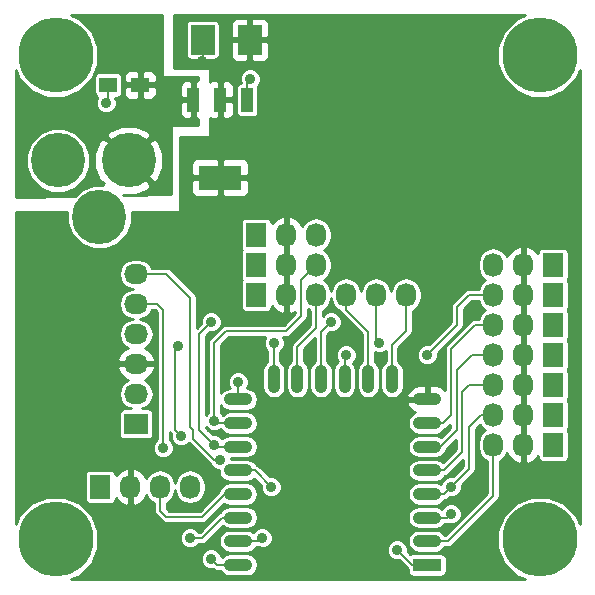
<source format=gbr>
G04 #@! TF.FileFunction,Copper,L1,Top,Signal*
%FSLAX46Y46*%
G04 Gerber Fmt 4.6, Leading zero omitted, Abs format (unit mm)*
G04 Created by KiCad (PCBNEW 4.0.1-stable) date 7/9/2016 7:27:37 PM*
%MOMM*%
G01*
G04 APERTURE LIST*
%ADD10C,0.150000*%
%ADD11O,1.100000X2.400000*%
%ADD12R,2.400000X1.100000*%
%ADD13O,2.400000X1.100000*%
%ADD14C,6.350000*%
%ADD15R,3.657600X2.032000*%
%ADD16R,1.016000X2.032000*%
%ADD17R,1.500000X1.300000*%
%ADD18R,2.000000X2.500000*%
%ADD19R,2.032000X1.727200*%
%ADD20O,2.032000X1.727200*%
%ADD21C,4.600000*%
%ADD22R,1.727200X2.032000*%
%ADD23O,1.727200X2.032000*%
%ADD24C,0.889000*%
%ADD25C,0.203200*%
%ADD26C,0.254000*%
G04 APERTURE END LIST*
D10*
D11*
X42476000Y-41400000D03*
X40476000Y-41400000D03*
X38476000Y-41400000D03*
X36476000Y-41400000D03*
X34476000Y-41400000D03*
X32476000Y-41400000D03*
D12*
X45466000Y-57150000D03*
D13*
X45466000Y-55150000D03*
X45466000Y-53150000D03*
X45466000Y-51150000D03*
X45466000Y-49150000D03*
X45466000Y-47150000D03*
X45466000Y-45150000D03*
X45466000Y-43150000D03*
X29466000Y-43150000D03*
X29466000Y-45150000D03*
X29466000Y-47150000D03*
X29466000Y-49150000D03*
X29466000Y-51150000D03*
X29466000Y-53150000D03*
X29466000Y-55150000D03*
X29466000Y-57150000D03*
D14*
X14000000Y-55000000D03*
X55000000Y-55000000D03*
X55000000Y-14000000D03*
X14000000Y-14000000D03*
D15*
X27940000Y-24384000D03*
D16*
X27940000Y-17780000D03*
X25654000Y-17780000D03*
X30226000Y-17780000D03*
D17*
X21162000Y-16510000D03*
X18462000Y-16510000D03*
D18*
X30448000Y-12700000D03*
X26448000Y-12700000D03*
D19*
X20828000Y-45212000D03*
D20*
X20828000Y-42672000D03*
X20828000Y-40132000D03*
X20828000Y-37592000D03*
X20828000Y-35052000D03*
X20828000Y-32512000D03*
D21*
X14200000Y-22900000D03*
X20200000Y-22900000D03*
X17700000Y-27700000D03*
D22*
X56134000Y-46990000D03*
D23*
X53594000Y-46990000D03*
X51054000Y-46990000D03*
D22*
X56134000Y-44450000D03*
D23*
X53594000Y-44450000D03*
X51054000Y-44450000D03*
D22*
X56134000Y-41910000D03*
D23*
X53594000Y-41910000D03*
X51054000Y-41910000D03*
D22*
X56134000Y-39370000D03*
D23*
X53594000Y-39370000D03*
X51054000Y-39370000D03*
D22*
X56134000Y-36830000D03*
D23*
X53594000Y-36830000D03*
X51054000Y-36830000D03*
D22*
X56134000Y-34290000D03*
D23*
X53594000Y-34290000D03*
X51054000Y-34290000D03*
D22*
X56134000Y-31750000D03*
D23*
X53594000Y-31750000D03*
X51054000Y-31750000D03*
D22*
X30988000Y-31750000D03*
D23*
X33528000Y-31750000D03*
X36068000Y-31750000D03*
D22*
X30988000Y-29210000D03*
D23*
X33528000Y-29210000D03*
X36068000Y-29210000D03*
D22*
X30988000Y-34290000D03*
D23*
X33528000Y-34290000D03*
X36068000Y-34290000D03*
X38608000Y-34290000D03*
X41148000Y-34290000D03*
X43688000Y-34290000D03*
D22*
X17780000Y-50546000D03*
D23*
X20320000Y-50546000D03*
X22860000Y-50546000D03*
X25400000Y-50546000D03*
D24*
X26416000Y-14478000D03*
X29464000Y-41656000D03*
X30480000Y-16002000D03*
X18288000Y-18034000D03*
X40132000Y-47752000D03*
X40132000Y-55372000D03*
X35052000Y-50800000D03*
X36322000Y-46990000D03*
X36830000Y-43434000D03*
X23114000Y-47244000D03*
X27178000Y-56642000D03*
X24638000Y-46228000D03*
X24384000Y-38608000D03*
X31496000Y-54864000D03*
X47498000Y-50546000D03*
X45466000Y-39370000D03*
X38608000Y-39370000D03*
X37338000Y-36576000D03*
X27432000Y-44958000D03*
X27178000Y-36576000D03*
X27432000Y-46990000D03*
X25400000Y-54864000D03*
X41402000Y-38354000D03*
X32512000Y-38354000D03*
X32258000Y-50546000D03*
X47498000Y-52832000D03*
X42926000Y-55880000D03*
X27940000Y-48260000D03*
D25*
X26448000Y-12700000D02*
X26448000Y-14446000D01*
X26448000Y-14446000D02*
X26416000Y-14478000D01*
X29466000Y-43150000D02*
X29466000Y-41658000D01*
X29466000Y-41658000D02*
X29464000Y-41656000D01*
X30226000Y-17780000D02*
X30226000Y-16256000D01*
X30226000Y-16256000D02*
X30480000Y-16002000D01*
X18462000Y-16510000D02*
X18462000Y-17860000D01*
X18462000Y-17860000D02*
X18288000Y-18034000D01*
X20828000Y-35052000D02*
X22606000Y-35052000D01*
X22606000Y-35052000D02*
X23114000Y-35560000D01*
X29466000Y-57150000D02*
X27686000Y-57150000D01*
X27686000Y-57150000D02*
X27178000Y-56642000D01*
X23114000Y-35560000D02*
X23114000Y-47244000D01*
X24130000Y-45720000D02*
X24638000Y-46228000D01*
X24130000Y-38862000D02*
X24130000Y-45720000D01*
X24384000Y-38608000D02*
X24130000Y-38862000D01*
X29466000Y-55150000D02*
X31210000Y-55150000D01*
X31210000Y-55150000D02*
X31496000Y-54864000D01*
X45466000Y-55150000D02*
X47212000Y-55150000D01*
X51054000Y-51308000D02*
X51054000Y-46990000D01*
X47212000Y-55150000D02*
X51054000Y-51308000D01*
X45466000Y-51150000D02*
X46894000Y-51150000D01*
X50038000Y-44450000D02*
X51054000Y-44450000D01*
X49022000Y-45466000D02*
X50038000Y-44450000D01*
X49022000Y-49022000D02*
X49022000Y-45466000D01*
X46894000Y-51150000D02*
X47498000Y-50546000D01*
X47498000Y-50546000D02*
X49022000Y-49022000D01*
X45466000Y-49150000D02*
X46862000Y-49150000D01*
X49022000Y-41910000D02*
X51054000Y-41910000D01*
X48412404Y-42519596D02*
X49022000Y-41910000D01*
X48412404Y-47599596D02*
X48412404Y-42519596D01*
X46862000Y-49150000D02*
X48412404Y-47599596D01*
X45466000Y-47150000D02*
X46576000Y-47150000D01*
X46576000Y-47150000D02*
X47955202Y-45770798D01*
X47955202Y-45770798D02*
X47955202Y-40690798D01*
X47955202Y-40690798D02*
X49276000Y-39370000D01*
X49276000Y-39370000D02*
X51054000Y-39370000D01*
X45466000Y-45150000D02*
X46798000Y-45150000D01*
X49530000Y-36830000D02*
X51054000Y-36830000D01*
X47498000Y-38862000D02*
X49530000Y-36830000D01*
X47498000Y-44450000D02*
X47498000Y-38862000D01*
X46798000Y-45150000D02*
X47498000Y-44450000D01*
X38476000Y-41400000D02*
X38476000Y-39502000D01*
X49022000Y-34290000D02*
X51054000Y-34290000D01*
X48006000Y-35306000D02*
X49022000Y-34290000D01*
X48006000Y-36830000D02*
X48006000Y-35306000D01*
X45466000Y-39370000D02*
X48006000Y-36830000D01*
X38476000Y-39502000D02*
X38608000Y-39370000D01*
X36476000Y-41400000D02*
X36476000Y-37438000D01*
X36476000Y-37438000D02*
X37338000Y-36576000D01*
X27432000Y-44958000D02*
X27432000Y-38354000D01*
X34798000Y-33020000D02*
X36068000Y-31750000D01*
X34798000Y-36068000D02*
X34798000Y-33020000D01*
X33528000Y-37338000D02*
X34798000Y-36068000D01*
X28448000Y-37338000D02*
X33528000Y-37338000D01*
X27432000Y-38354000D02*
X28448000Y-37338000D01*
X27624000Y-45150000D02*
X29466000Y-45150000D01*
X27432000Y-44958000D02*
X27624000Y-45150000D01*
X26162000Y-45720000D02*
X27432000Y-46990000D01*
X26162000Y-37592000D02*
X26162000Y-45720000D01*
X27178000Y-36576000D02*
X26162000Y-37592000D01*
X29466000Y-47150000D02*
X27592000Y-47150000D01*
X27592000Y-47150000D02*
X27432000Y-46990000D01*
X29466000Y-51150000D02*
X28352000Y-51150000D01*
X28352000Y-51150000D02*
X26416000Y-53086000D01*
X26416000Y-53086000D02*
X23368000Y-53086000D01*
X23368000Y-53086000D02*
X22860000Y-52578000D01*
X22860000Y-52578000D02*
X22860000Y-50546000D01*
X29466000Y-53150000D02*
X28130000Y-53150000D01*
X26416000Y-54864000D02*
X25400000Y-54864000D01*
X28130000Y-53150000D02*
X26416000Y-54864000D01*
X34476000Y-41400000D02*
X34476000Y-38676000D01*
X36068000Y-37084000D02*
X36068000Y-34290000D01*
X34476000Y-38676000D02*
X36068000Y-37084000D01*
X43688000Y-34290000D02*
X43688000Y-37338000D01*
X42476000Y-38550000D02*
X42476000Y-41400000D01*
X43688000Y-37338000D02*
X42476000Y-38550000D01*
X38608000Y-34290000D02*
X38608000Y-35560000D01*
X40476000Y-37428000D02*
X40476000Y-41400000D01*
X38608000Y-35560000D02*
X40476000Y-37428000D01*
X32476000Y-41400000D02*
X32476000Y-38390000D01*
X41148000Y-38100000D02*
X41148000Y-34290000D01*
X41402000Y-38354000D02*
X41148000Y-38100000D01*
X32476000Y-38390000D02*
X32512000Y-38354000D01*
X30862000Y-49150000D02*
X29466000Y-49150000D01*
X32258000Y-50546000D02*
X30862000Y-49150000D01*
X47180000Y-53150000D02*
X45466000Y-53150000D01*
X47498000Y-52832000D02*
X47180000Y-53150000D01*
X45466000Y-57150000D02*
X44196000Y-57150000D01*
X44196000Y-57150000D02*
X42926000Y-55880000D01*
X20828000Y-32512000D02*
X23368000Y-32512000D01*
X27432000Y-48260000D02*
X27940000Y-48260000D01*
X25654000Y-46482000D02*
X27432000Y-48260000D01*
X25654000Y-45720000D02*
X25654000Y-46482000D01*
X25400000Y-45466000D02*
X25654000Y-45720000D01*
X25400000Y-34544000D02*
X25400000Y-45466000D01*
X23368000Y-32512000D02*
X25400000Y-34544000D01*
D26*
G36*
X52959581Y-10940521D02*
X51944087Y-11954245D01*
X51393828Y-13279416D01*
X51392576Y-14714289D01*
X51940521Y-16040419D01*
X52954245Y-17055913D01*
X54279416Y-17606172D01*
X55714289Y-17607424D01*
X57040419Y-17059479D01*
X58055913Y-16045755D01*
X58377700Y-15270806D01*
X58377700Y-53729736D01*
X58059479Y-52959581D01*
X57045755Y-51944087D01*
X55720584Y-51393828D01*
X54285711Y-51392576D01*
X52959581Y-51940521D01*
X51944087Y-52954245D01*
X51393828Y-54279416D01*
X51392576Y-55714289D01*
X51940521Y-57040419D01*
X52954245Y-58055913D01*
X53729194Y-58377700D01*
X15270264Y-58377700D01*
X16040419Y-58059479D01*
X17055913Y-57045755D01*
X17151505Y-56815542D01*
X26301548Y-56815542D01*
X26434676Y-57137736D01*
X26680968Y-57384458D01*
X27002928Y-57518148D01*
X27300066Y-57518407D01*
X27308827Y-57527168D01*
X27308829Y-57527171D01*
X27412563Y-57596484D01*
X27481876Y-57642797D01*
X27686000Y-57683400D01*
X27982326Y-57683400D01*
X28089794Y-57844237D01*
X28408312Y-58057065D01*
X28784031Y-58131800D01*
X30147969Y-58131800D01*
X30523688Y-58057065D01*
X30842206Y-57844237D01*
X31055034Y-57525719D01*
X31129769Y-57150000D01*
X31055034Y-56774281D01*
X30842206Y-56455763D01*
X30523688Y-56242935D01*
X30147969Y-56168200D01*
X28784031Y-56168200D01*
X28408312Y-56242935D01*
X28089794Y-56455763D01*
X28054417Y-56508708D01*
X28054452Y-56468458D01*
X27921324Y-56146264D01*
X27675032Y-55899542D01*
X27353072Y-55765852D01*
X27004458Y-55765548D01*
X26682264Y-55898676D01*
X26435542Y-56144968D01*
X26301852Y-56466928D01*
X26301548Y-56815542D01*
X17151505Y-56815542D01*
X17606172Y-55720584D01*
X17606767Y-55037542D01*
X24523548Y-55037542D01*
X24656676Y-55359736D01*
X24902968Y-55606458D01*
X25224928Y-55740148D01*
X25573542Y-55740452D01*
X25895736Y-55607324D01*
X26106027Y-55397400D01*
X26416000Y-55397400D01*
X26620123Y-55356797D01*
X26793171Y-55241171D01*
X26884342Y-55150000D01*
X27802231Y-55150000D01*
X27876966Y-55525719D01*
X28089794Y-55844237D01*
X28408312Y-56057065D01*
X28784031Y-56131800D01*
X30147969Y-56131800D01*
X30523688Y-56057065D01*
X30528960Y-56053542D01*
X42049548Y-56053542D01*
X42182676Y-56375736D01*
X42428968Y-56622458D01*
X42750928Y-56756148D01*
X43048065Y-56756407D01*
X43818829Y-57527171D01*
X43825741Y-57531789D01*
X43825741Y-57700000D01*
X43855850Y-57860015D01*
X43950419Y-58006980D01*
X44094715Y-58105573D01*
X44266000Y-58140259D01*
X46666000Y-58140259D01*
X46826015Y-58110150D01*
X46972980Y-58015581D01*
X47071573Y-57871285D01*
X47106259Y-57700000D01*
X47106259Y-56600000D01*
X47076150Y-56439985D01*
X46981581Y-56293020D01*
X46837285Y-56194427D01*
X46666000Y-56159741D01*
X44266000Y-56159741D01*
X44105985Y-56189850D01*
X44035529Y-56235187D01*
X43802194Y-56001852D01*
X43802452Y-55706458D01*
X43669324Y-55384264D01*
X43423032Y-55137542D01*
X43101072Y-55003852D01*
X42752458Y-55003548D01*
X42430264Y-55136676D01*
X42183542Y-55382968D01*
X42049852Y-55704928D01*
X42049548Y-56053542D01*
X30528960Y-56053542D01*
X30842206Y-55844237D01*
X30949674Y-55683400D01*
X31184264Y-55683400D01*
X31320928Y-55740148D01*
X31669542Y-55740452D01*
X31991736Y-55607324D01*
X32238458Y-55361032D01*
X32372148Y-55039072D01*
X32372452Y-54690458D01*
X32239324Y-54368264D01*
X31993032Y-54121542D01*
X31671072Y-53987852D01*
X31322458Y-53987548D01*
X31000264Y-54120676D01*
X30753542Y-54366968D01*
X30743936Y-54390101D01*
X30523688Y-54242935D01*
X30147969Y-54168200D01*
X28784031Y-54168200D01*
X28408312Y-54242935D01*
X28089794Y-54455763D01*
X27876966Y-54774281D01*
X27802231Y-55150000D01*
X26884342Y-55150000D01*
X28149926Y-53884416D01*
X28408312Y-54057065D01*
X28784031Y-54131800D01*
X30147969Y-54131800D01*
X30523688Y-54057065D01*
X30842206Y-53844237D01*
X31055034Y-53525719D01*
X31129769Y-53150000D01*
X43802231Y-53150000D01*
X43876966Y-53525719D01*
X44089794Y-53844237D01*
X44408312Y-54057065D01*
X44784031Y-54131800D01*
X46147969Y-54131800D01*
X46523688Y-54057065D01*
X46842206Y-53844237D01*
X46949674Y-53683400D01*
X47180000Y-53683400D01*
X47236340Y-53672193D01*
X47322928Y-53708148D01*
X47671542Y-53708452D01*
X47993736Y-53575324D01*
X48240458Y-53329032D01*
X48374148Y-53007072D01*
X48374452Y-52658458D01*
X48241324Y-52336264D01*
X47995032Y-52089542D01*
X47673072Y-51955852D01*
X47324458Y-51955548D01*
X47002264Y-52088676D01*
X46755542Y-52334968D01*
X46735100Y-52384197D01*
X46523688Y-52242935D01*
X46147969Y-52168200D01*
X44784031Y-52168200D01*
X44408312Y-52242935D01*
X44089794Y-52455763D01*
X43876966Y-52774281D01*
X43802231Y-53150000D01*
X31129769Y-53150000D01*
X31055034Y-52774281D01*
X30842206Y-52455763D01*
X30523688Y-52242935D01*
X30147969Y-52168200D01*
X28784031Y-52168200D01*
X28408312Y-52242935D01*
X28089794Y-52455763D01*
X27959689Y-52650477D01*
X27925877Y-52657203D01*
X27752829Y-52772829D01*
X26195058Y-54330600D01*
X26105726Y-54330600D01*
X25897032Y-54121542D01*
X25575072Y-53987852D01*
X25226458Y-53987548D01*
X24904264Y-54120676D01*
X24657542Y-54366968D01*
X24523852Y-54688928D01*
X24523548Y-55037542D01*
X17606767Y-55037542D01*
X17607424Y-54285711D01*
X17059479Y-52959581D01*
X16045755Y-51944087D01*
X14720584Y-51393828D01*
X13285711Y-51392576D01*
X11959581Y-51940521D01*
X10944087Y-52954245D01*
X10622300Y-53729194D01*
X10622300Y-49530000D01*
X16476141Y-49530000D01*
X16476141Y-51562000D01*
X16506250Y-51722015D01*
X16600819Y-51868980D01*
X16745115Y-51967573D01*
X16916400Y-52002259D01*
X18643600Y-52002259D01*
X18803615Y-51972150D01*
X18950580Y-51877581D01*
X19049173Y-51733285D01*
X19083859Y-51562000D01*
X19083859Y-51522788D01*
X19417964Y-51896732D01*
X19945209Y-52150709D01*
X19960974Y-52153358D01*
X20193000Y-52032217D01*
X20193000Y-50673000D01*
X20173000Y-50673000D01*
X20173000Y-50419000D01*
X20193000Y-50419000D01*
X20193000Y-49059783D01*
X20447000Y-49059783D01*
X20447000Y-50419000D01*
X20467000Y-50419000D01*
X20467000Y-50673000D01*
X20447000Y-50673000D01*
X20447000Y-52032217D01*
X20679026Y-52153358D01*
X20694791Y-52150709D01*
X21222036Y-51896732D01*
X21611954Y-51460320D01*
X21684170Y-51253867D01*
X21944014Y-51642750D01*
X22326600Y-51898386D01*
X22326600Y-52578000D01*
X22367203Y-52782123D01*
X22482829Y-52955171D01*
X22990827Y-53463168D01*
X22990829Y-53463171D01*
X23086613Y-53527171D01*
X23163876Y-53578797D01*
X23368000Y-53619400D01*
X26416000Y-53619400D01*
X26620123Y-53578797D01*
X26793171Y-53463171D01*
X26793172Y-53463170D01*
X28283004Y-51973337D01*
X28408312Y-52057065D01*
X28784031Y-52131800D01*
X30147969Y-52131800D01*
X30523688Y-52057065D01*
X30842206Y-51844237D01*
X31055034Y-51525719D01*
X31129769Y-51150000D01*
X31055034Y-50774281D01*
X30842206Y-50455763D01*
X30523688Y-50242935D01*
X30147969Y-50168200D01*
X28784031Y-50168200D01*
X28408312Y-50242935D01*
X28089794Y-50455763D01*
X27876966Y-50774281D01*
X27853027Y-50894632D01*
X26195058Y-52552600D01*
X23588941Y-52552600D01*
X23393400Y-52357058D01*
X23393400Y-51898386D01*
X23775986Y-51642750D01*
X24056794Y-51222492D01*
X24130000Y-50854459D01*
X24203206Y-51222492D01*
X24484014Y-51642750D01*
X24904272Y-51923558D01*
X25400000Y-52022164D01*
X25895728Y-51923558D01*
X26315986Y-51642750D01*
X26596794Y-51222492D01*
X26695400Y-50726764D01*
X26695400Y-50365236D01*
X26596794Y-49869508D01*
X26315986Y-49449250D01*
X25895728Y-49168442D01*
X25400000Y-49069836D01*
X24904272Y-49168442D01*
X24484014Y-49449250D01*
X24203206Y-49869508D01*
X24130000Y-50237541D01*
X24056794Y-49869508D01*
X23775986Y-49449250D01*
X23355728Y-49168442D01*
X22860000Y-49069836D01*
X22364272Y-49168442D01*
X21944014Y-49449250D01*
X21684170Y-49838133D01*
X21611954Y-49631680D01*
X21222036Y-49195268D01*
X20694791Y-48941291D01*
X20679026Y-48938642D01*
X20447000Y-49059783D01*
X20193000Y-49059783D01*
X19960974Y-48938642D01*
X19945209Y-48941291D01*
X19417964Y-49195268D01*
X19083859Y-49569212D01*
X19083859Y-49530000D01*
X19053750Y-49369985D01*
X18959181Y-49223020D01*
X18814885Y-49124427D01*
X18643600Y-49089741D01*
X16916400Y-49089741D01*
X16756385Y-49119850D01*
X16609420Y-49214419D01*
X16510827Y-49358715D01*
X16476141Y-49530000D01*
X10622300Y-49530000D01*
X10622300Y-40491026D01*
X19220642Y-40491026D01*
X19223291Y-40506791D01*
X19477268Y-41034036D01*
X19913680Y-41423954D01*
X20120133Y-41496170D01*
X19731250Y-41756014D01*
X19450442Y-42176272D01*
X19351836Y-42672000D01*
X19450442Y-43167728D01*
X19731250Y-43587986D01*
X20151508Y-43868794D01*
X20349320Y-43908141D01*
X19812000Y-43908141D01*
X19651985Y-43938250D01*
X19505020Y-44032819D01*
X19406427Y-44177115D01*
X19371741Y-44348400D01*
X19371741Y-46075600D01*
X19401850Y-46235615D01*
X19496419Y-46382580D01*
X19640715Y-46481173D01*
X19812000Y-46515859D01*
X21844000Y-46515859D01*
X22004015Y-46485750D01*
X22150980Y-46391181D01*
X22249573Y-46246885D01*
X22284259Y-46075600D01*
X22284259Y-44348400D01*
X22254150Y-44188385D01*
X22159581Y-44041420D01*
X22015285Y-43942827D01*
X21844000Y-43908141D01*
X21306680Y-43908141D01*
X21504492Y-43868794D01*
X21924750Y-43587986D01*
X22205558Y-43167728D01*
X22304164Y-42672000D01*
X22205558Y-42176272D01*
X21924750Y-41756014D01*
X21535867Y-41496170D01*
X21742320Y-41423954D01*
X22178732Y-41034036D01*
X22432709Y-40506791D01*
X22435358Y-40491026D01*
X22314217Y-40259000D01*
X20955000Y-40259000D01*
X20955000Y-40279000D01*
X20701000Y-40279000D01*
X20701000Y-40259000D01*
X19341783Y-40259000D01*
X19220642Y-40491026D01*
X10622300Y-40491026D01*
X10622300Y-39772974D01*
X19220642Y-39772974D01*
X19341783Y-40005000D01*
X20701000Y-40005000D01*
X20701000Y-39985000D01*
X20955000Y-39985000D01*
X20955000Y-40005000D01*
X22314217Y-40005000D01*
X22435358Y-39772974D01*
X22432709Y-39757209D01*
X22178732Y-39229964D01*
X21742320Y-38840046D01*
X21535867Y-38767830D01*
X21924750Y-38507986D01*
X22205558Y-38087728D01*
X22304164Y-37592000D01*
X22205558Y-37096272D01*
X21924750Y-36676014D01*
X21504492Y-36395206D01*
X21136459Y-36322000D01*
X21504492Y-36248794D01*
X21924750Y-35967986D01*
X22180386Y-35585400D01*
X22385058Y-35585400D01*
X22580600Y-35780941D01*
X22580600Y-46538274D01*
X22371542Y-46746968D01*
X22237852Y-47068928D01*
X22237548Y-47417542D01*
X22370676Y-47739736D01*
X22616968Y-47986458D01*
X22938928Y-48120148D01*
X23287542Y-48120452D01*
X23609736Y-47987324D01*
X23856458Y-47741032D01*
X23990148Y-47419072D01*
X23990452Y-47070458D01*
X23857324Y-46748264D01*
X23647400Y-46537973D01*
X23647400Y-45939384D01*
X23752829Y-46097171D01*
X23761806Y-46106148D01*
X23761548Y-46401542D01*
X23894676Y-46723736D01*
X24140968Y-46970458D01*
X24462928Y-47104148D01*
X24811542Y-47104452D01*
X25133736Y-46971324D01*
X25264528Y-46840760D01*
X25276829Y-46859171D01*
X27054829Y-48637171D01*
X27183099Y-48722878D01*
X27196676Y-48755736D01*
X27442968Y-49002458D01*
X27764928Y-49136148D01*
X27804979Y-49136183D01*
X27802231Y-49150000D01*
X27876966Y-49525719D01*
X28089794Y-49844237D01*
X28408312Y-50057065D01*
X28784031Y-50131800D01*
X30147969Y-50131800D01*
X30523688Y-50057065D01*
X30818041Y-49860383D01*
X31381806Y-50424148D01*
X31381548Y-50719542D01*
X31514676Y-51041736D01*
X31760968Y-51288458D01*
X32082928Y-51422148D01*
X32431542Y-51422452D01*
X32753736Y-51289324D01*
X33000458Y-51043032D01*
X33134148Y-50721072D01*
X33134452Y-50372458D01*
X33001324Y-50050264D01*
X32755032Y-49803542D01*
X32433072Y-49669852D01*
X32135935Y-49669593D01*
X31239171Y-48772829D01*
X31066123Y-48657203D01*
X30963113Y-48636713D01*
X30842206Y-48455763D01*
X30523688Y-48242935D01*
X30147969Y-48168200D01*
X28816381Y-48168200D01*
X28816412Y-48131800D01*
X30147969Y-48131800D01*
X30523688Y-48057065D01*
X30842206Y-47844237D01*
X31055034Y-47525719D01*
X31129769Y-47150000D01*
X31055034Y-46774281D01*
X30842206Y-46455763D01*
X30523688Y-46242935D01*
X30147969Y-46168200D01*
X28784031Y-46168200D01*
X28408312Y-46242935D01*
X28118046Y-46436886D01*
X27929032Y-46247542D01*
X27607072Y-46113852D01*
X27309935Y-46113593D01*
X26695400Y-45499058D01*
X26695400Y-45460472D01*
X26934968Y-45700458D01*
X27256928Y-45834148D01*
X27605542Y-45834452D01*
X27927736Y-45701324D01*
X27945691Y-45683400D01*
X27982326Y-45683400D01*
X28089794Y-45844237D01*
X28408312Y-46057065D01*
X28784031Y-46131800D01*
X30147969Y-46131800D01*
X30523688Y-46057065D01*
X30842206Y-45844237D01*
X31055034Y-45525719D01*
X31129769Y-45150000D01*
X31055034Y-44774281D01*
X30842206Y-44455763D01*
X30523688Y-44242935D01*
X30147969Y-44168200D01*
X28784031Y-44168200D01*
X28408312Y-44242935D01*
X28137208Y-44424082D01*
X27965400Y-44251973D01*
X27965400Y-43658069D01*
X28089794Y-43844237D01*
X28408312Y-44057065D01*
X28784031Y-44131800D01*
X30147969Y-44131800D01*
X30523688Y-44057065D01*
X30842206Y-43844237D01*
X31055034Y-43525719D01*
X31068157Y-43459744D01*
X43672197Y-43459744D01*
X43672602Y-43486146D01*
X43888276Y-43898118D01*
X44245187Y-44196196D01*
X44403950Y-44245850D01*
X44089794Y-44455763D01*
X43876966Y-44774281D01*
X43802231Y-45150000D01*
X43876966Y-45525719D01*
X44089794Y-45844237D01*
X44408312Y-46057065D01*
X44784031Y-46131800D01*
X46147969Y-46131800D01*
X46523688Y-46057065D01*
X46842206Y-45844237D01*
X46972924Y-45648605D01*
X47002123Y-45642797D01*
X47175171Y-45527171D01*
X47421802Y-45280540D01*
X47421802Y-45549856D01*
X46646597Y-46325061D01*
X46523688Y-46242935D01*
X46147969Y-46168200D01*
X44784031Y-46168200D01*
X44408312Y-46242935D01*
X44089794Y-46455763D01*
X43876966Y-46774281D01*
X43802231Y-47150000D01*
X43876966Y-47525719D01*
X44089794Y-47844237D01*
X44408312Y-48057065D01*
X44784031Y-48131800D01*
X46147969Y-48131800D01*
X46523688Y-48057065D01*
X46842206Y-47844237D01*
X47055034Y-47525719D01*
X47079966Y-47400376D01*
X47879004Y-46601338D01*
X47879004Y-47378655D01*
X46818041Y-48439617D01*
X46523688Y-48242935D01*
X46147969Y-48168200D01*
X44784031Y-48168200D01*
X44408312Y-48242935D01*
X44089794Y-48455763D01*
X43876966Y-48774281D01*
X43802231Y-49150000D01*
X43876966Y-49525719D01*
X44089794Y-49844237D01*
X44408312Y-50057065D01*
X44784031Y-50131800D01*
X46147969Y-50131800D01*
X46523688Y-50057065D01*
X46842206Y-49844237D01*
X46963113Y-49663287D01*
X47066123Y-49642797D01*
X47239171Y-49527171D01*
X48488600Y-48277741D01*
X48488600Y-48801059D01*
X47619853Y-49669806D01*
X47324458Y-49669548D01*
X47002264Y-49802676D01*
X46755542Y-50048968D01*
X46642136Y-50322080D01*
X46523688Y-50242935D01*
X46147969Y-50168200D01*
X44784031Y-50168200D01*
X44408312Y-50242935D01*
X44089794Y-50455763D01*
X43876966Y-50774281D01*
X43802231Y-51150000D01*
X43876966Y-51525719D01*
X44089794Y-51844237D01*
X44408312Y-52057065D01*
X44784031Y-52131800D01*
X46147969Y-52131800D01*
X46523688Y-52057065D01*
X46842206Y-51844237D01*
X46958208Y-51670628D01*
X47098123Y-51642797D01*
X47271171Y-51527171D01*
X47376148Y-51422194D01*
X47671542Y-51422452D01*
X47993736Y-51289324D01*
X48240458Y-51043032D01*
X48374148Y-50721072D01*
X48374407Y-50423935D01*
X49399168Y-49399173D01*
X49399171Y-49399171D01*
X49468484Y-49295437D01*
X49514797Y-49226124D01*
X49555400Y-49022000D01*
X49555400Y-45686942D01*
X49960804Y-45281538D01*
X50138014Y-45546750D01*
X50397300Y-45720000D01*
X50138014Y-45893250D01*
X49857206Y-46313508D01*
X49758600Y-46809236D01*
X49758600Y-47170764D01*
X49857206Y-47666492D01*
X50138014Y-48086750D01*
X50520600Y-48342386D01*
X50520600Y-51087059D01*
X46991058Y-54616600D01*
X46949674Y-54616600D01*
X46842206Y-54455763D01*
X46523688Y-54242935D01*
X46147969Y-54168200D01*
X44784031Y-54168200D01*
X44408312Y-54242935D01*
X44089794Y-54455763D01*
X43876966Y-54774281D01*
X43802231Y-55150000D01*
X43876966Y-55525719D01*
X44089794Y-55844237D01*
X44408312Y-56057065D01*
X44784031Y-56131800D01*
X46147969Y-56131800D01*
X46523688Y-56057065D01*
X46842206Y-55844237D01*
X46949674Y-55683400D01*
X47212000Y-55683400D01*
X47416123Y-55642797D01*
X47589171Y-55527171D01*
X51431168Y-51685173D01*
X51431171Y-51685171D01*
X51546797Y-51512123D01*
X51587401Y-51308000D01*
X51587400Y-51307995D01*
X51587400Y-48342386D01*
X51969986Y-48086750D01*
X52229830Y-47697867D01*
X52302046Y-47904320D01*
X52691964Y-48340732D01*
X53219209Y-48594709D01*
X53234974Y-48597358D01*
X53467000Y-48476217D01*
X53467000Y-47117000D01*
X53447000Y-47117000D01*
X53447000Y-46863000D01*
X53467000Y-46863000D01*
X53467000Y-44577000D01*
X53447000Y-44577000D01*
X53447000Y-44323000D01*
X53467000Y-44323000D01*
X53467000Y-42037000D01*
X53447000Y-42037000D01*
X53447000Y-41783000D01*
X53467000Y-41783000D01*
X53467000Y-39497000D01*
X53447000Y-39497000D01*
X53447000Y-39243000D01*
X53467000Y-39243000D01*
X53467000Y-36957000D01*
X53447000Y-36957000D01*
X53447000Y-36703000D01*
X53467000Y-36703000D01*
X53467000Y-34417000D01*
X53447000Y-34417000D01*
X53447000Y-34163000D01*
X53467000Y-34163000D01*
X53467000Y-31877000D01*
X53447000Y-31877000D01*
X53447000Y-31623000D01*
X53467000Y-31623000D01*
X53467000Y-30263783D01*
X53721000Y-30263783D01*
X53721000Y-31623000D01*
X53741000Y-31623000D01*
X53741000Y-31877000D01*
X53721000Y-31877000D01*
X53721000Y-34163000D01*
X53741000Y-34163000D01*
X53741000Y-34417000D01*
X53721000Y-34417000D01*
X53721000Y-36703000D01*
X53741000Y-36703000D01*
X53741000Y-36957000D01*
X53721000Y-36957000D01*
X53721000Y-39243000D01*
X53741000Y-39243000D01*
X53741000Y-39497000D01*
X53721000Y-39497000D01*
X53721000Y-41783000D01*
X53741000Y-41783000D01*
X53741000Y-42037000D01*
X53721000Y-42037000D01*
X53721000Y-44323000D01*
X53741000Y-44323000D01*
X53741000Y-44577000D01*
X53721000Y-44577000D01*
X53721000Y-46863000D01*
X53741000Y-46863000D01*
X53741000Y-47117000D01*
X53721000Y-47117000D01*
X53721000Y-48476217D01*
X53953026Y-48597358D01*
X53968791Y-48594709D01*
X54496036Y-48340732D01*
X54830141Y-47966788D01*
X54830141Y-48006000D01*
X54860250Y-48166015D01*
X54954819Y-48312980D01*
X55099115Y-48411573D01*
X55270400Y-48446259D01*
X56997600Y-48446259D01*
X57157615Y-48416150D01*
X57304580Y-48321581D01*
X57403173Y-48177285D01*
X57437859Y-48006000D01*
X57437859Y-45974000D01*
X57407750Y-45813985D01*
X57346974Y-45719536D01*
X57403173Y-45637285D01*
X57437859Y-45466000D01*
X57437859Y-43434000D01*
X57407750Y-43273985D01*
X57346974Y-43179536D01*
X57403173Y-43097285D01*
X57437859Y-42926000D01*
X57437859Y-40894000D01*
X57407750Y-40733985D01*
X57346974Y-40639536D01*
X57403173Y-40557285D01*
X57437859Y-40386000D01*
X57437859Y-38354000D01*
X57407750Y-38193985D01*
X57346974Y-38099536D01*
X57403173Y-38017285D01*
X57437859Y-37846000D01*
X57437859Y-35814000D01*
X57407750Y-35653985D01*
X57346974Y-35559536D01*
X57403173Y-35477285D01*
X57437859Y-35306000D01*
X57437859Y-33274000D01*
X57407750Y-33113985D01*
X57346974Y-33019536D01*
X57403173Y-32937285D01*
X57437859Y-32766000D01*
X57437859Y-30734000D01*
X57407750Y-30573985D01*
X57313181Y-30427020D01*
X57168885Y-30328427D01*
X56997600Y-30293741D01*
X55270400Y-30293741D01*
X55110385Y-30323850D01*
X54963420Y-30418419D01*
X54864827Y-30562715D01*
X54830141Y-30734000D01*
X54830141Y-30773212D01*
X54496036Y-30399268D01*
X53968791Y-30145291D01*
X53953026Y-30142642D01*
X53721000Y-30263783D01*
X53467000Y-30263783D01*
X53234974Y-30142642D01*
X53219209Y-30145291D01*
X52691964Y-30399268D01*
X52302046Y-30835680D01*
X52229830Y-31042133D01*
X51969986Y-30653250D01*
X51549728Y-30372442D01*
X51054000Y-30273836D01*
X50558272Y-30372442D01*
X50138014Y-30653250D01*
X49857206Y-31073508D01*
X49758600Y-31569236D01*
X49758600Y-31930764D01*
X49857206Y-32426492D01*
X50138014Y-32846750D01*
X50397300Y-33020000D01*
X50138014Y-33193250D01*
X49857206Y-33613508D01*
X49828743Y-33756600D01*
X49022000Y-33756600D01*
X48817877Y-33797203D01*
X48644829Y-33912829D01*
X47628829Y-34928829D01*
X47513203Y-35101877D01*
X47472600Y-35306000D01*
X47472600Y-36609059D01*
X45587853Y-38493806D01*
X45292458Y-38493548D01*
X44970264Y-38626676D01*
X44723542Y-38872968D01*
X44589852Y-39194928D01*
X44589548Y-39543542D01*
X44722676Y-39865736D01*
X44968968Y-40112458D01*
X45290928Y-40246148D01*
X45639542Y-40246452D01*
X45961736Y-40113324D01*
X46208458Y-39867032D01*
X46342148Y-39545072D01*
X46342407Y-39247935D01*
X48383168Y-37207173D01*
X48383171Y-37207171D01*
X48480953Y-37060829D01*
X48498797Y-37034124D01*
X48539400Y-36830000D01*
X48539400Y-35526942D01*
X49242942Y-34823400D01*
X49828743Y-34823400D01*
X49857206Y-34966492D01*
X50138014Y-35386750D01*
X50397300Y-35560000D01*
X50138014Y-35733250D01*
X49857206Y-36153508D01*
X49828743Y-36296600D01*
X49530000Y-36296600D01*
X49325877Y-36337203D01*
X49152829Y-36452829D01*
X47120829Y-38484829D01*
X47005203Y-38657877D01*
X46964600Y-38862000D01*
X46964600Y-42335801D01*
X46686813Y-42103804D01*
X46243000Y-41965000D01*
X45593000Y-41965000D01*
X45593000Y-43023000D01*
X45613000Y-43023000D01*
X45613000Y-43277000D01*
X45593000Y-43277000D01*
X45593000Y-43297000D01*
X45339000Y-43297000D01*
X45339000Y-43277000D01*
X43797639Y-43277000D01*
X43672197Y-43459744D01*
X31068157Y-43459744D01*
X31129769Y-43150000D01*
X31055034Y-42774281D01*
X30842206Y-42455763D01*
X30523688Y-42242935D01*
X30184070Y-42175381D01*
X30206458Y-42153032D01*
X30340148Y-41831072D01*
X30340452Y-41482458D01*
X30207324Y-41160264D01*
X29961032Y-40913542D01*
X29639072Y-40779852D01*
X29290458Y-40779548D01*
X28968264Y-40912676D01*
X28721542Y-41158968D01*
X28587852Y-41480928D01*
X28587548Y-41829542D01*
X28720676Y-42151736D01*
X28744884Y-42175987D01*
X28408312Y-42242935D01*
X28089794Y-42455763D01*
X27965400Y-42641931D01*
X27965400Y-38574942D01*
X28668942Y-37871400D01*
X31763549Y-37871400D01*
X31635852Y-38178928D01*
X31635548Y-38527542D01*
X31768676Y-38849736D01*
X31942600Y-39023964D01*
X31942600Y-39916326D01*
X31781763Y-40023794D01*
X31568935Y-40342312D01*
X31494200Y-40718031D01*
X31494200Y-42081969D01*
X31568935Y-42457688D01*
X31781763Y-42776206D01*
X32100281Y-42989034D01*
X32476000Y-43063769D01*
X32851719Y-42989034D01*
X33170237Y-42776206D01*
X33383065Y-42457688D01*
X33457800Y-42081969D01*
X33457800Y-40718031D01*
X33383065Y-40342312D01*
X33170237Y-40023794D01*
X33009400Y-39916326D01*
X33009400Y-39095663D01*
X33254458Y-38851032D01*
X33388148Y-38529072D01*
X33388452Y-38180458D01*
X33260752Y-37871400D01*
X33528000Y-37871400D01*
X33732123Y-37830797D01*
X33905171Y-37715171D01*
X35175171Y-36445171D01*
X35290797Y-36272124D01*
X35331400Y-36068000D01*
X35331400Y-35506612D01*
X35534600Y-35642386D01*
X35534600Y-36863058D01*
X34098829Y-38298829D01*
X33983203Y-38471877D01*
X33942600Y-38676000D01*
X33942600Y-39916326D01*
X33781763Y-40023794D01*
X33568935Y-40342312D01*
X33494200Y-40718031D01*
X33494200Y-42081969D01*
X33568935Y-42457688D01*
X33781763Y-42776206D01*
X34100281Y-42989034D01*
X34476000Y-43063769D01*
X34851719Y-42989034D01*
X35170237Y-42776206D01*
X35383065Y-42457688D01*
X35457800Y-42081969D01*
X35457800Y-40718031D01*
X35383065Y-40342312D01*
X35170237Y-40023794D01*
X35009400Y-39916326D01*
X35009400Y-38896942D01*
X35942600Y-37963742D01*
X35942600Y-39916326D01*
X35781763Y-40023794D01*
X35568935Y-40342312D01*
X35494200Y-40718031D01*
X35494200Y-42081969D01*
X35568935Y-42457688D01*
X35781763Y-42776206D01*
X36100281Y-42989034D01*
X36476000Y-43063769D01*
X36851719Y-42989034D01*
X37170237Y-42776206D01*
X37383065Y-42457688D01*
X37457800Y-42081969D01*
X37457800Y-40718031D01*
X37494200Y-40718031D01*
X37494200Y-42081969D01*
X37568935Y-42457688D01*
X37781763Y-42776206D01*
X38100281Y-42989034D01*
X38476000Y-43063769D01*
X38851719Y-42989034D01*
X39170237Y-42776206D01*
X39383065Y-42457688D01*
X39457800Y-42081969D01*
X39457800Y-40718031D01*
X39383065Y-40342312D01*
X39179514Y-40037678D01*
X39350458Y-39867032D01*
X39484148Y-39545072D01*
X39484452Y-39196458D01*
X39351324Y-38874264D01*
X39105032Y-38627542D01*
X38783072Y-38493852D01*
X38434458Y-38493548D01*
X38112264Y-38626676D01*
X37865542Y-38872968D01*
X37731852Y-39194928D01*
X37731548Y-39543542D01*
X37864676Y-39865736D01*
X37926150Y-39927317D01*
X37781763Y-40023794D01*
X37568935Y-40342312D01*
X37494200Y-40718031D01*
X37457800Y-40718031D01*
X37383065Y-40342312D01*
X37170237Y-40023794D01*
X37009400Y-39916326D01*
X37009400Y-37658942D01*
X37216148Y-37452194D01*
X37511542Y-37452452D01*
X37833736Y-37319324D01*
X38080458Y-37073032D01*
X38214148Y-36751072D01*
X38214452Y-36402458D01*
X38081324Y-36080264D01*
X37835032Y-35833542D01*
X37513072Y-35699852D01*
X37164458Y-35699548D01*
X36842264Y-35832676D01*
X36601400Y-36073120D01*
X36601400Y-35642386D01*
X36983986Y-35386750D01*
X37264794Y-34966492D01*
X37338000Y-34598459D01*
X37411206Y-34966492D01*
X37692014Y-35386750D01*
X38093500Y-35655015D01*
X38115203Y-35764123D01*
X38230829Y-35937171D01*
X39942600Y-37648942D01*
X39942600Y-39916326D01*
X39781763Y-40023794D01*
X39568935Y-40342312D01*
X39494200Y-40718031D01*
X39494200Y-42081969D01*
X39568935Y-42457688D01*
X39781763Y-42776206D01*
X40100281Y-42989034D01*
X40476000Y-43063769D01*
X40851719Y-42989034D01*
X41170237Y-42776206D01*
X41383065Y-42457688D01*
X41457800Y-42081969D01*
X41457800Y-40718031D01*
X41383065Y-40342312D01*
X41170237Y-40023794D01*
X41009400Y-39916326D01*
X41009400Y-39139822D01*
X41226928Y-39230148D01*
X41575542Y-39230452D01*
X41897736Y-39097324D01*
X41942600Y-39052538D01*
X41942600Y-39916326D01*
X41781763Y-40023794D01*
X41568935Y-40342312D01*
X41494200Y-40718031D01*
X41494200Y-42081969D01*
X41568935Y-42457688D01*
X41781763Y-42776206D01*
X42100281Y-42989034D01*
X42476000Y-43063769D01*
X42851719Y-42989034D01*
X43074379Y-42840256D01*
X43672197Y-42840256D01*
X43797639Y-43023000D01*
X45339000Y-43023000D01*
X45339000Y-41965000D01*
X44689000Y-41965000D01*
X44245187Y-42103804D01*
X43888276Y-42401882D01*
X43672602Y-42813854D01*
X43672197Y-42840256D01*
X43074379Y-42840256D01*
X43170237Y-42776206D01*
X43383065Y-42457688D01*
X43457800Y-42081969D01*
X43457800Y-40718031D01*
X43383065Y-40342312D01*
X43170237Y-40023794D01*
X43009400Y-39916326D01*
X43009400Y-38770942D01*
X44065171Y-37715171D01*
X44180797Y-37542123D01*
X44221400Y-37338000D01*
X44221400Y-35642386D01*
X44603986Y-35386750D01*
X44884794Y-34966492D01*
X44983400Y-34470764D01*
X44983400Y-34109236D01*
X44884794Y-33613508D01*
X44603986Y-33193250D01*
X44183728Y-32912442D01*
X43688000Y-32813836D01*
X43192272Y-32912442D01*
X42772014Y-33193250D01*
X42491206Y-33613508D01*
X42418000Y-33981541D01*
X42344794Y-33613508D01*
X42063986Y-33193250D01*
X41643728Y-32912442D01*
X41148000Y-32813836D01*
X40652272Y-32912442D01*
X40232014Y-33193250D01*
X39951206Y-33613508D01*
X39878000Y-33981541D01*
X39804794Y-33613508D01*
X39523986Y-33193250D01*
X39103728Y-32912442D01*
X38608000Y-32813836D01*
X38112272Y-32912442D01*
X37692014Y-33193250D01*
X37411206Y-33613508D01*
X37338000Y-33981541D01*
X37264794Y-33613508D01*
X36983986Y-33193250D01*
X36724700Y-33020000D01*
X36983986Y-32846750D01*
X37264794Y-32426492D01*
X37363400Y-31930764D01*
X37363400Y-31569236D01*
X37264794Y-31073508D01*
X36983986Y-30653250D01*
X36724700Y-30480000D01*
X36983986Y-30306750D01*
X37264794Y-29886492D01*
X37363400Y-29390764D01*
X37363400Y-29029236D01*
X37264794Y-28533508D01*
X36983986Y-28113250D01*
X36563728Y-27832442D01*
X36068000Y-27733836D01*
X35572272Y-27832442D01*
X35152014Y-28113250D01*
X34892170Y-28502133D01*
X34819954Y-28295680D01*
X34430036Y-27859268D01*
X33902791Y-27605291D01*
X33887026Y-27602642D01*
X33655000Y-27723783D01*
X33655000Y-29083000D01*
X33675000Y-29083000D01*
X33675000Y-29337000D01*
X33655000Y-29337000D01*
X33655000Y-31623000D01*
X33675000Y-31623000D01*
X33675000Y-31877000D01*
X33655000Y-31877000D01*
X33655000Y-34163000D01*
X33675000Y-34163000D01*
X33675000Y-34417000D01*
X33655000Y-34417000D01*
X33655000Y-35776217D01*
X33887026Y-35897358D01*
X33902791Y-35894709D01*
X34264600Y-35720423D01*
X34264600Y-35847058D01*
X33307058Y-36804600D01*
X28448000Y-36804600D01*
X28243877Y-36845203D01*
X28070829Y-36960829D01*
X27054829Y-37976829D01*
X26939203Y-38149877D01*
X26898600Y-38354000D01*
X26898600Y-44252274D01*
X26695400Y-44455120D01*
X26695400Y-37812942D01*
X27056148Y-37452194D01*
X27351542Y-37452452D01*
X27673736Y-37319324D01*
X27920458Y-37073032D01*
X28054148Y-36751072D01*
X28054452Y-36402458D01*
X27921324Y-36080264D01*
X27675032Y-35833542D01*
X27353072Y-35699852D01*
X27004458Y-35699548D01*
X26682264Y-35832676D01*
X26435542Y-36078968D01*
X26301852Y-36400928D01*
X26301593Y-36698065D01*
X25933400Y-37066258D01*
X25933400Y-34544000D01*
X25892797Y-34339877D01*
X25777171Y-34166829D01*
X23745171Y-32134829D01*
X23572123Y-32019203D01*
X23368000Y-31978600D01*
X22180386Y-31978600D01*
X21924750Y-31596014D01*
X21504492Y-31315206D01*
X21008764Y-31216600D01*
X20647236Y-31216600D01*
X20151508Y-31315206D01*
X19731250Y-31596014D01*
X19450442Y-32016272D01*
X19351836Y-32512000D01*
X19450442Y-33007728D01*
X19731250Y-33427986D01*
X20151508Y-33708794D01*
X20519541Y-33782000D01*
X20151508Y-33855206D01*
X19731250Y-34136014D01*
X19450442Y-34556272D01*
X19351836Y-35052000D01*
X19450442Y-35547728D01*
X19731250Y-35967986D01*
X20151508Y-36248794D01*
X20519541Y-36322000D01*
X20151508Y-36395206D01*
X19731250Y-36676014D01*
X19450442Y-37096272D01*
X19351836Y-37592000D01*
X19450442Y-38087728D01*
X19731250Y-38507986D01*
X20120133Y-38767830D01*
X19913680Y-38840046D01*
X19477268Y-39229964D01*
X19223291Y-39757209D01*
X19220642Y-39772974D01*
X10622300Y-39772974D01*
X10622300Y-27305000D01*
X14968543Y-27305000D01*
X14967727Y-28241005D01*
X15382742Y-29245419D01*
X16150539Y-30014557D01*
X17154227Y-30431325D01*
X18241005Y-30432273D01*
X19245419Y-30017258D01*
X20014557Y-29249461D01*
X20431325Y-28245773D01*
X20431370Y-28194000D01*
X29684141Y-28194000D01*
X29684141Y-30226000D01*
X29714250Y-30386015D01*
X29775026Y-30480464D01*
X29718827Y-30562715D01*
X29684141Y-30734000D01*
X29684141Y-32766000D01*
X29714250Y-32926015D01*
X29775026Y-33020464D01*
X29718827Y-33102715D01*
X29684141Y-33274000D01*
X29684141Y-35306000D01*
X29714250Y-35466015D01*
X29808819Y-35612980D01*
X29953115Y-35711573D01*
X30124400Y-35746259D01*
X31851600Y-35746259D01*
X32011615Y-35716150D01*
X32158580Y-35621581D01*
X32257173Y-35477285D01*
X32291859Y-35306000D01*
X32291859Y-35266788D01*
X32625964Y-35640732D01*
X33153209Y-35894709D01*
X33168974Y-35897358D01*
X33401000Y-35776217D01*
X33401000Y-34417000D01*
X33381000Y-34417000D01*
X33381000Y-34163000D01*
X33401000Y-34163000D01*
X33401000Y-31877000D01*
X33381000Y-31877000D01*
X33381000Y-31623000D01*
X33401000Y-31623000D01*
X33401000Y-29337000D01*
X33381000Y-29337000D01*
X33381000Y-29083000D01*
X33401000Y-29083000D01*
X33401000Y-27723783D01*
X33168974Y-27602642D01*
X33153209Y-27605291D01*
X32625964Y-27859268D01*
X32291859Y-28233212D01*
X32291859Y-28194000D01*
X32261750Y-28033985D01*
X32167181Y-27887020D01*
X32022885Y-27788427D01*
X31851600Y-27753741D01*
X30124400Y-27753741D01*
X29964385Y-27783850D01*
X29817420Y-27878419D01*
X29718827Y-28022715D01*
X29684141Y-28194000D01*
X20431370Y-28194000D01*
X20432146Y-27305000D01*
X24384000Y-27305000D01*
X24433410Y-27294994D01*
X24475035Y-27266553D01*
X24502315Y-27224159D01*
X24511000Y-27178000D01*
X24511000Y-24669750D01*
X25476200Y-24669750D01*
X25476200Y-25526310D01*
X25572873Y-25759699D01*
X25751502Y-25938327D01*
X25984891Y-26035000D01*
X27654250Y-26035000D01*
X27813000Y-25876250D01*
X27813000Y-24511000D01*
X28067000Y-24511000D01*
X28067000Y-25876250D01*
X28225750Y-26035000D01*
X29895109Y-26035000D01*
X30128498Y-25938327D01*
X30307127Y-25759699D01*
X30403800Y-25526310D01*
X30403800Y-24669750D01*
X30245050Y-24511000D01*
X28067000Y-24511000D01*
X27813000Y-24511000D01*
X25634950Y-24511000D01*
X25476200Y-24669750D01*
X24511000Y-24669750D01*
X24511000Y-23241690D01*
X25476200Y-23241690D01*
X25476200Y-24098250D01*
X25634950Y-24257000D01*
X27813000Y-24257000D01*
X27813000Y-22891750D01*
X28067000Y-22891750D01*
X28067000Y-24257000D01*
X30245050Y-24257000D01*
X30403800Y-24098250D01*
X30403800Y-23241690D01*
X30307127Y-23008301D01*
X30128498Y-22829673D01*
X29895109Y-22733000D01*
X28225750Y-22733000D01*
X28067000Y-22891750D01*
X27813000Y-22891750D01*
X27654250Y-22733000D01*
X25984891Y-22733000D01*
X25751502Y-22829673D01*
X25572873Y-23008301D01*
X25476200Y-23241690D01*
X24511000Y-23241690D01*
X24511000Y-20955000D01*
X26924000Y-20955000D01*
X26973410Y-20944994D01*
X27015035Y-20916553D01*
X27042315Y-20874159D01*
X27051000Y-20828000D01*
X27051000Y-19313025D01*
X27072302Y-19334327D01*
X27305691Y-19431000D01*
X27654250Y-19431000D01*
X27813000Y-19272250D01*
X27813000Y-17907000D01*
X28067000Y-17907000D01*
X28067000Y-19272250D01*
X28225750Y-19431000D01*
X28574309Y-19431000D01*
X28807698Y-19334327D01*
X28986327Y-19155699D01*
X29083000Y-18922310D01*
X29083000Y-18065750D01*
X28924250Y-17907000D01*
X28067000Y-17907000D01*
X27813000Y-17907000D01*
X27793000Y-17907000D01*
X27793000Y-17653000D01*
X27813000Y-17653000D01*
X27813000Y-16287750D01*
X28067000Y-16287750D01*
X28067000Y-17653000D01*
X28924250Y-17653000D01*
X29083000Y-17494250D01*
X29083000Y-16764000D01*
X29277741Y-16764000D01*
X29277741Y-18796000D01*
X29307850Y-18956015D01*
X29402419Y-19102980D01*
X29546715Y-19201573D01*
X29718000Y-19236259D01*
X30734000Y-19236259D01*
X30894015Y-19206150D01*
X31040980Y-19111581D01*
X31139573Y-18967285D01*
X31174259Y-18796000D01*
X31174259Y-16764000D01*
X31144150Y-16603985D01*
X31133657Y-16587678D01*
X31222458Y-16499032D01*
X31356148Y-16177072D01*
X31356452Y-15828458D01*
X31223324Y-15506264D01*
X30977032Y-15259542D01*
X30655072Y-15125852D01*
X30306458Y-15125548D01*
X29984264Y-15258676D01*
X29737542Y-15504968D01*
X29603852Y-15826928D01*
X29603548Y-16175542D01*
X29668622Y-16333032D01*
X29557985Y-16353850D01*
X29411020Y-16448419D01*
X29312427Y-16592715D01*
X29277741Y-16764000D01*
X29083000Y-16764000D01*
X29083000Y-16637690D01*
X28986327Y-16404301D01*
X28807698Y-16225673D01*
X28574309Y-16129000D01*
X28225750Y-16129000D01*
X28067000Y-16287750D01*
X27813000Y-16287750D01*
X27654250Y-16129000D01*
X27305691Y-16129000D01*
X27072302Y-16225673D01*
X27051000Y-16246975D01*
X27051000Y-15240000D01*
X27040994Y-15190590D01*
X27012553Y-15148965D01*
X26970159Y-15121685D01*
X26924000Y-15113000D01*
X24003000Y-15113000D01*
X24003000Y-11450000D01*
X25007741Y-11450000D01*
X25007741Y-13950000D01*
X25037850Y-14110015D01*
X25132419Y-14256980D01*
X25276715Y-14355573D01*
X25448000Y-14390259D01*
X27448000Y-14390259D01*
X27608015Y-14360150D01*
X27754980Y-14265581D01*
X27853573Y-14121285D01*
X27888259Y-13950000D01*
X27888259Y-12985750D01*
X28813000Y-12985750D01*
X28813000Y-14076310D01*
X28909673Y-14309699D01*
X29088302Y-14488327D01*
X29321691Y-14585000D01*
X30162250Y-14585000D01*
X30321000Y-14426250D01*
X30321000Y-12827000D01*
X30575000Y-12827000D01*
X30575000Y-14426250D01*
X30733750Y-14585000D01*
X31574309Y-14585000D01*
X31807698Y-14488327D01*
X31986327Y-14309699D01*
X32083000Y-14076310D01*
X32083000Y-12985750D01*
X31924250Y-12827000D01*
X30575000Y-12827000D01*
X30321000Y-12827000D01*
X28971750Y-12827000D01*
X28813000Y-12985750D01*
X27888259Y-12985750D01*
X27888259Y-11450000D01*
X27864493Y-11323690D01*
X28813000Y-11323690D01*
X28813000Y-12414250D01*
X28971750Y-12573000D01*
X30321000Y-12573000D01*
X30321000Y-10973750D01*
X30575000Y-10973750D01*
X30575000Y-12573000D01*
X31924250Y-12573000D01*
X32083000Y-12414250D01*
X32083000Y-11323690D01*
X31986327Y-11090301D01*
X31807698Y-10911673D01*
X31574309Y-10815000D01*
X30733750Y-10815000D01*
X30575000Y-10973750D01*
X30321000Y-10973750D01*
X30162250Y-10815000D01*
X29321691Y-10815000D01*
X29088302Y-10911673D01*
X28909673Y-11090301D01*
X28813000Y-11323690D01*
X27864493Y-11323690D01*
X27858150Y-11289985D01*
X27763581Y-11143020D01*
X27619285Y-11044427D01*
X27448000Y-11009741D01*
X25448000Y-11009741D01*
X25287985Y-11039850D01*
X25141020Y-11134419D01*
X25042427Y-11278715D01*
X25007741Y-11450000D01*
X24003000Y-11450000D01*
X24003000Y-10622300D01*
X53729736Y-10622300D01*
X52959581Y-10940521D01*
X52959581Y-10940521D01*
G37*
X52959581Y-10940521D02*
X51944087Y-11954245D01*
X51393828Y-13279416D01*
X51392576Y-14714289D01*
X51940521Y-16040419D01*
X52954245Y-17055913D01*
X54279416Y-17606172D01*
X55714289Y-17607424D01*
X57040419Y-17059479D01*
X58055913Y-16045755D01*
X58377700Y-15270806D01*
X58377700Y-53729736D01*
X58059479Y-52959581D01*
X57045755Y-51944087D01*
X55720584Y-51393828D01*
X54285711Y-51392576D01*
X52959581Y-51940521D01*
X51944087Y-52954245D01*
X51393828Y-54279416D01*
X51392576Y-55714289D01*
X51940521Y-57040419D01*
X52954245Y-58055913D01*
X53729194Y-58377700D01*
X15270264Y-58377700D01*
X16040419Y-58059479D01*
X17055913Y-57045755D01*
X17151505Y-56815542D01*
X26301548Y-56815542D01*
X26434676Y-57137736D01*
X26680968Y-57384458D01*
X27002928Y-57518148D01*
X27300066Y-57518407D01*
X27308827Y-57527168D01*
X27308829Y-57527171D01*
X27412563Y-57596484D01*
X27481876Y-57642797D01*
X27686000Y-57683400D01*
X27982326Y-57683400D01*
X28089794Y-57844237D01*
X28408312Y-58057065D01*
X28784031Y-58131800D01*
X30147969Y-58131800D01*
X30523688Y-58057065D01*
X30842206Y-57844237D01*
X31055034Y-57525719D01*
X31129769Y-57150000D01*
X31055034Y-56774281D01*
X30842206Y-56455763D01*
X30523688Y-56242935D01*
X30147969Y-56168200D01*
X28784031Y-56168200D01*
X28408312Y-56242935D01*
X28089794Y-56455763D01*
X28054417Y-56508708D01*
X28054452Y-56468458D01*
X27921324Y-56146264D01*
X27675032Y-55899542D01*
X27353072Y-55765852D01*
X27004458Y-55765548D01*
X26682264Y-55898676D01*
X26435542Y-56144968D01*
X26301852Y-56466928D01*
X26301548Y-56815542D01*
X17151505Y-56815542D01*
X17606172Y-55720584D01*
X17606767Y-55037542D01*
X24523548Y-55037542D01*
X24656676Y-55359736D01*
X24902968Y-55606458D01*
X25224928Y-55740148D01*
X25573542Y-55740452D01*
X25895736Y-55607324D01*
X26106027Y-55397400D01*
X26416000Y-55397400D01*
X26620123Y-55356797D01*
X26793171Y-55241171D01*
X26884342Y-55150000D01*
X27802231Y-55150000D01*
X27876966Y-55525719D01*
X28089794Y-55844237D01*
X28408312Y-56057065D01*
X28784031Y-56131800D01*
X30147969Y-56131800D01*
X30523688Y-56057065D01*
X30528960Y-56053542D01*
X42049548Y-56053542D01*
X42182676Y-56375736D01*
X42428968Y-56622458D01*
X42750928Y-56756148D01*
X43048065Y-56756407D01*
X43818829Y-57527171D01*
X43825741Y-57531789D01*
X43825741Y-57700000D01*
X43855850Y-57860015D01*
X43950419Y-58006980D01*
X44094715Y-58105573D01*
X44266000Y-58140259D01*
X46666000Y-58140259D01*
X46826015Y-58110150D01*
X46972980Y-58015581D01*
X47071573Y-57871285D01*
X47106259Y-57700000D01*
X47106259Y-56600000D01*
X47076150Y-56439985D01*
X46981581Y-56293020D01*
X46837285Y-56194427D01*
X46666000Y-56159741D01*
X44266000Y-56159741D01*
X44105985Y-56189850D01*
X44035529Y-56235187D01*
X43802194Y-56001852D01*
X43802452Y-55706458D01*
X43669324Y-55384264D01*
X43423032Y-55137542D01*
X43101072Y-55003852D01*
X42752458Y-55003548D01*
X42430264Y-55136676D01*
X42183542Y-55382968D01*
X42049852Y-55704928D01*
X42049548Y-56053542D01*
X30528960Y-56053542D01*
X30842206Y-55844237D01*
X30949674Y-55683400D01*
X31184264Y-55683400D01*
X31320928Y-55740148D01*
X31669542Y-55740452D01*
X31991736Y-55607324D01*
X32238458Y-55361032D01*
X32372148Y-55039072D01*
X32372452Y-54690458D01*
X32239324Y-54368264D01*
X31993032Y-54121542D01*
X31671072Y-53987852D01*
X31322458Y-53987548D01*
X31000264Y-54120676D01*
X30753542Y-54366968D01*
X30743936Y-54390101D01*
X30523688Y-54242935D01*
X30147969Y-54168200D01*
X28784031Y-54168200D01*
X28408312Y-54242935D01*
X28089794Y-54455763D01*
X27876966Y-54774281D01*
X27802231Y-55150000D01*
X26884342Y-55150000D01*
X28149926Y-53884416D01*
X28408312Y-54057065D01*
X28784031Y-54131800D01*
X30147969Y-54131800D01*
X30523688Y-54057065D01*
X30842206Y-53844237D01*
X31055034Y-53525719D01*
X31129769Y-53150000D01*
X43802231Y-53150000D01*
X43876966Y-53525719D01*
X44089794Y-53844237D01*
X44408312Y-54057065D01*
X44784031Y-54131800D01*
X46147969Y-54131800D01*
X46523688Y-54057065D01*
X46842206Y-53844237D01*
X46949674Y-53683400D01*
X47180000Y-53683400D01*
X47236340Y-53672193D01*
X47322928Y-53708148D01*
X47671542Y-53708452D01*
X47993736Y-53575324D01*
X48240458Y-53329032D01*
X48374148Y-53007072D01*
X48374452Y-52658458D01*
X48241324Y-52336264D01*
X47995032Y-52089542D01*
X47673072Y-51955852D01*
X47324458Y-51955548D01*
X47002264Y-52088676D01*
X46755542Y-52334968D01*
X46735100Y-52384197D01*
X46523688Y-52242935D01*
X46147969Y-52168200D01*
X44784031Y-52168200D01*
X44408312Y-52242935D01*
X44089794Y-52455763D01*
X43876966Y-52774281D01*
X43802231Y-53150000D01*
X31129769Y-53150000D01*
X31055034Y-52774281D01*
X30842206Y-52455763D01*
X30523688Y-52242935D01*
X30147969Y-52168200D01*
X28784031Y-52168200D01*
X28408312Y-52242935D01*
X28089794Y-52455763D01*
X27959689Y-52650477D01*
X27925877Y-52657203D01*
X27752829Y-52772829D01*
X26195058Y-54330600D01*
X26105726Y-54330600D01*
X25897032Y-54121542D01*
X25575072Y-53987852D01*
X25226458Y-53987548D01*
X24904264Y-54120676D01*
X24657542Y-54366968D01*
X24523852Y-54688928D01*
X24523548Y-55037542D01*
X17606767Y-55037542D01*
X17607424Y-54285711D01*
X17059479Y-52959581D01*
X16045755Y-51944087D01*
X14720584Y-51393828D01*
X13285711Y-51392576D01*
X11959581Y-51940521D01*
X10944087Y-52954245D01*
X10622300Y-53729194D01*
X10622300Y-49530000D01*
X16476141Y-49530000D01*
X16476141Y-51562000D01*
X16506250Y-51722015D01*
X16600819Y-51868980D01*
X16745115Y-51967573D01*
X16916400Y-52002259D01*
X18643600Y-52002259D01*
X18803615Y-51972150D01*
X18950580Y-51877581D01*
X19049173Y-51733285D01*
X19083859Y-51562000D01*
X19083859Y-51522788D01*
X19417964Y-51896732D01*
X19945209Y-52150709D01*
X19960974Y-52153358D01*
X20193000Y-52032217D01*
X20193000Y-50673000D01*
X20173000Y-50673000D01*
X20173000Y-50419000D01*
X20193000Y-50419000D01*
X20193000Y-49059783D01*
X20447000Y-49059783D01*
X20447000Y-50419000D01*
X20467000Y-50419000D01*
X20467000Y-50673000D01*
X20447000Y-50673000D01*
X20447000Y-52032217D01*
X20679026Y-52153358D01*
X20694791Y-52150709D01*
X21222036Y-51896732D01*
X21611954Y-51460320D01*
X21684170Y-51253867D01*
X21944014Y-51642750D01*
X22326600Y-51898386D01*
X22326600Y-52578000D01*
X22367203Y-52782123D01*
X22482829Y-52955171D01*
X22990827Y-53463168D01*
X22990829Y-53463171D01*
X23086613Y-53527171D01*
X23163876Y-53578797D01*
X23368000Y-53619400D01*
X26416000Y-53619400D01*
X26620123Y-53578797D01*
X26793171Y-53463171D01*
X26793172Y-53463170D01*
X28283004Y-51973337D01*
X28408312Y-52057065D01*
X28784031Y-52131800D01*
X30147969Y-52131800D01*
X30523688Y-52057065D01*
X30842206Y-51844237D01*
X31055034Y-51525719D01*
X31129769Y-51150000D01*
X31055034Y-50774281D01*
X30842206Y-50455763D01*
X30523688Y-50242935D01*
X30147969Y-50168200D01*
X28784031Y-50168200D01*
X28408312Y-50242935D01*
X28089794Y-50455763D01*
X27876966Y-50774281D01*
X27853027Y-50894632D01*
X26195058Y-52552600D01*
X23588941Y-52552600D01*
X23393400Y-52357058D01*
X23393400Y-51898386D01*
X23775986Y-51642750D01*
X24056794Y-51222492D01*
X24130000Y-50854459D01*
X24203206Y-51222492D01*
X24484014Y-51642750D01*
X24904272Y-51923558D01*
X25400000Y-52022164D01*
X25895728Y-51923558D01*
X26315986Y-51642750D01*
X26596794Y-51222492D01*
X26695400Y-50726764D01*
X26695400Y-50365236D01*
X26596794Y-49869508D01*
X26315986Y-49449250D01*
X25895728Y-49168442D01*
X25400000Y-49069836D01*
X24904272Y-49168442D01*
X24484014Y-49449250D01*
X24203206Y-49869508D01*
X24130000Y-50237541D01*
X24056794Y-49869508D01*
X23775986Y-49449250D01*
X23355728Y-49168442D01*
X22860000Y-49069836D01*
X22364272Y-49168442D01*
X21944014Y-49449250D01*
X21684170Y-49838133D01*
X21611954Y-49631680D01*
X21222036Y-49195268D01*
X20694791Y-48941291D01*
X20679026Y-48938642D01*
X20447000Y-49059783D01*
X20193000Y-49059783D01*
X19960974Y-48938642D01*
X19945209Y-48941291D01*
X19417964Y-49195268D01*
X19083859Y-49569212D01*
X19083859Y-49530000D01*
X19053750Y-49369985D01*
X18959181Y-49223020D01*
X18814885Y-49124427D01*
X18643600Y-49089741D01*
X16916400Y-49089741D01*
X16756385Y-49119850D01*
X16609420Y-49214419D01*
X16510827Y-49358715D01*
X16476141Y-49530000D01*
X10622300Y-49530000D01*
X10622300Y-40491026D01*
X19220642Y-40491026D01*
X19223291Y-40506791D01*
X19477268Y-41034036D01*
X19913680Y-41423954D01*
X20120133Y-41496170D01*
X19731250Y-41756014D01*
X19450442Y-42176272D01*
X19351836Y-42672000D01*
X19450442Y-43167728D01*
X19731250Y-43587986D01*
X20151508Y-43868794D01*
X20349320Y-43908141D01*
X19812000Y-43908141D01*
X19651985Y-43938250D01*
X19505020Y-44032819D01*
X19406427Y-44177115D01*
X19371741Y-44348400D01*
X19371741Y-46075600D01*
X19401850Y-46235615D01*
X19496419Y-46382580D01*
X19640715Y-46481173D01*
X19812000Y-46515859D01*
X21844000Y-46515859D01*
X22004015Y-46485750D01*
X22150980Y-46391181D01*
X22249573Y-46246885D01*
X22284259Y-46075600D01*
X22284259Y-44348400D01*
X22254150Y-44188385D01*
X22159581Y-44041420D01*
X22015285Y-43942827D01*
X21844000Y-43908141D01*
X21306680Y-43908141D01*
X21504492Y-43868794D01*
X21924750Y-43587986D01*
X22205558Y-43167728D01*
X22304164Y-42672000D01*
X22205558Y-42176272D01*
X21924750Y-41756014D01*
X21535867Y-41496170D01*
X21742320Y-41423954D01*
X22178732Y-41034036D01*
X22432709Y-40506791D01*
X22435358Y-40491026D01*
X22314217Y-40259000D01*
X20955000Y-40259000D01*
X20955000Y-40279000D01*
X20701000Y-40279000D01*
X20701000Y-40259000D01*
X19341783Y-40259000D01*
X19220642Y-40491026D01*
X10622300Y-40491026D01*
X10622300Y-39772974D01*
X19220642Y-39772974D01*
X19341783Y-40005000D01*
X20701000Y-40005000D01*
X20701000Y-39985000D01*
X20955000Y-39985000D01*
X20955000Y-40005000D01*
X22314217Y-40005000D01*
X22435358Y-39772974D01*
X22432709Y-39757209D01*
X22178732Y-39229964D01*
X21742320Y-38840046D01*
X21535867Y-38767830D01*
X21924750Y-38507986D01*
X22205558Y-38087728D01*
X22304164Y-37592000D01*
X22205558Y-37096272D01*
X21924750Y-36676014D01*
X21504492Y-36395206D01*
X21136459Y-36322000D01*
X21504492Y-36248794D01*
X21924750Y-35967986D01*
X22180386Y-35585400D01*
X22385058Y-35585400D01*
X22580600Y-35780941D01*
X22580600Y-46538274D01*
X22371542Y-46746968D01*
X22237852Y-47068928D01*
X22237548Y-47417542D01*
X22370676Y-47739736D01*
X22616968Y-47986458D01*
X22938928Y-48120148D01*
X23287542Y-48120452D01*
X23609736Y-47987324D01*
X23856458Y-47741032D01*
X23990148Y-47419072D01*
X23990452Y-47070458D01*
X23857324Y-46748264D01*
X23647400Y-46537973D01*
X23647400Y-45939384D01*
X23752829Y-46097171D01*
X23761806Y-46106148D01*
X23761548Y-46401542D01*
X23894676Y-46723736D01*
X24140968Y-46970458D01*
X24462928Y-47104148D01*
X24811542Y-47104452D01*
X25133736Y-46971324D01*
X25264528Y-46840760D01*
X25276829Y-46859171D01*
X27054829Y-48637171D01*
X27183099Y-48722878D01*
X27196676Y-48755736D01*
X27442968Y-49002458D01*
X27764928Y-49136148D01*
X27804979Y-49136183D01*
X27802231Y-49150000D01*
X27876966Y-49525719D01*
X28089794Y-49844237D01*
X28408312Y-50057065D01*
X28784031Y-50131800D01*
X30147969Y-50131800D01*
X30523688Y-50057065D01*
X30818041Y-49860383D01*
X31381806Y-50424148D01*
X31381548Y-50719542D01*
X31514676Y-51041736D01*
X31760968Y-51288458D01*
X32082928Y-51422148D01*
X32431542Y-51422452D01*
X32753736Y-51289324D01*
X33000458Y-51043032D01*
X33134148Y-50721072D01*
X33134452Y-50372458D01*
X33001324Y-50050264D01*
X32755032Y-49803542D01*
X32433072Y-49669852D01*
X32135935Y-49669593D01*
X31239171Y-48772829D01*
X31066123Y-48657203D01*
X30963113Y-48636713D01*
X30842206Y-48455763D01*
X30523688Y-48242935D01*
X30147969Y-48168200D01*
X28816381Y-48168200D01*
X28816412Y-48131800D01*
X30147969Y-48131800D01*
X30523688Y-48057065D01*
X30842206Y-47844237D01*
X31055034Y-47525719D01*
X31129769Y-47150000D01*
X31055034Y-46774281D01*
X30842206Y-46455763D01*
X30523688Y-46242935D01*
X30147969Y-46168200D01*
X28784031Y-46168200D01*
X28408312Y-46242935D01*
X28118046Y-46436886D01*
X27929032Y-46247542D01*
X27607072Y-46113852D01*
X27309935Y-46113593D01*
X26695400Y-45499058D01*
X26695400Y-45460472D01*
X26934968Y-45700458D01*
X27256928Y-45834148D01*
X27605542Y-45834452D01*
X27927736Y-45701324D01*
X27945691Y-45683400D01*
X27982326Y-45683400D01*
X28089794Y-45844237D01*
X28408312Y-46057065D01*
X28784031Y-46131800D01*
X30147969Y-46131800D01*
X30523688Y-46057065D01*
X30842206Y-45844237D01*
X31055034Y-45525719D01*
X31129769Y-45150000D01*
X31055034Y-44774281D01*
X30842206Y-44455763D01*
X30523688Y-44242935D01*
X30147969Y-44168200D01*
X28784031Y-44168200D01*
X28408312Y-44242935D01*
X28137208Y-44424082D01*
X27965400Y-44251973D01*
X27965400Y-43658069D01*
X28089794Y-43844237D01*
X28408312Y-44057065D01*
X28784031Y-44131800D01*
X30147969Y-44131800D01*
X30523688Y-44057065D01*
X30842206Y-43844237D01*
X31055034Y-43525719D01*
X31068157Y-43459744D01*
X43672197Y-43459744D01*
X43672602Y-43486146D01*
X43888276Y-43898118D01*
X44245187Y-44196196D01*
X44403950Y-44245850D01*
X44089794Y-44455763D01*
X43876966Y-44774281D01*
X43802231Y-45150000D01*
X43876966Y-45525719D01*
X44089794Y-45844237D01*
X44408312Y-46057065D01*
X44784031Y-46131800D01*
X46147969Y-46131800D01*
X46523688Y-46057065D01*
X46842206Y-45844237D01*
X46972924Y-45648605D01*
X47002123Y-45642797D01*
X47175171Y-45527171D01*
X47421802Y-45280540D01*
X47421802Y-45549856D01*
X46646597Y-46325061D01*
X46523688Y-46242935D01*
X46147969Y-46168200D01*
X44784031Y-46168200D01*
X44408312Y-46242935D01*
X44089794Y-46455763D01*
X43876966Y-46774281D01*
X43802231Y-47150000D01*
X43876966Y-47525719D01*
X44089794Y-47844237D01*
X44408312Y-48057065D01*
X44784031Y-48131800D01*
X46147969Y-48131800D01*
X46523688Y-48057065D01*
X46842206Y-47844237D01*
X47055034Y-47525719D01*
X47079966Y-47400376D01*
X47879004Y-46601338D01*
X47879004Y-47378655D01*
X46818041Y-48439617D01*
X46523688Y-48242935D01*
X46147969Y-48168200D01*
X44784031Y-48168200D01*
X44408312Y-48242935D01*
X44089794Y-48455763D01*
X43876966Y-48774281D01*
X43802231Y-49150000D01*
X43876966Y-49525719D01*
X44089794Y-49844237D01*
X44408312Y-50057065D01*
X44784031Y-50131800D01*
X46147969Y-50131800D01*
X46523688Y-50057065D01*
X46842206Y-49844237D01*
X46963113Y-49663287D01*
X47066123Y-49642797D01*
X47239171Y-49527171D01*
X48488600Y-48277741D01*
X48488600Y-48801059D01*
X47619853Y-49669806D01*
X47324458Y-49669548D01*
X47002264Y-49802676D01*
X46755542Y-50048968D01*
X46642136Y-50322080D01*
X46523688Y-50242935D01*
X46147969Y-50168200D01*
X44784031Y-50168200D01*
X44408312Y-50242935D01*
X44089794Y-50455763D01*
X43876966Y-50774281D01*
X43802231Y-51150000D01*
X43876966Y-51525719D01*
X44089794Y-51844237D01*
X44408312Y-52057065D01*
X44784031Y-52131800D01*
X46147969Y-52131800D01*
X46523688Y-52057065D01*
X46842206Y-51844237D01*
X46958208Y-51670628D01*
X47098123Y-51642797D01*
X47271171Y-51527171D01*
X47376148Y-51422194D01*
X47671542Y-51422452D01*
X47993736Y-51289324D01*
X48240458Y-51043032D01*
X48374148Y-50721072D01*
X48374407Y-50423935D01*
X49399168Y-49399173D01*
X49399171Y-49399171D01*
X49468484Y-49295437D01*
X49514797Y-49226124D01*
X49555400Y-49022000D01*
X49555400Y-45686942D01*
X49960804Y-45281538D01*
X50138014Y-45546750D01*
X50397300Y-45720000D01*
X50138014Y-45893250D01*
X49857206Y-46313508D01*
X49758600Y-46809236D01*
X49758600Y-47170764D01*
X49857206Y-47666492D01*
X50138014Y-48086750D01*
X50520600Y-48342386D01*
X50520600Y-51087059D01*
X46991058Y-54616600D01*
X46949674Y-54616600D01*
X46842206Y-54455763D01*
X46523688Y-54242935D01*
X46147969Y-54168200D01*
X44784031Y-54168200D01*
X44408312Y-54242935D01*
X44089794Y-54455763D01*
X43876966Y-54774281D01*
X43802231Y-55150000D01*
X43876966Y-55525719D01*
X44089794Y-55844237D01*
X44408312Y-56057065D01*
X44784031Y-56131800D01*
X46147969Y-56131800D01*
X46523688Y-56057065D01*
X46842206Y-55844237D01*
X46949674Y-55683400D01*
X47212000Y-55683400D01*
X47416123Y-55642797D01*
X47589171Y-55527171D01*
X51431168Y-51685173D01*
X51431171Y-51685171D01*
X51546797Y-51512123D01*
X51587401Y-51308000D01*
X51587400Y-51307995D01*
X51587400Y-48342386D01*
X51969986Y-48086750D01*
X52229830Y-47697867D01*
X52302046Y-47904320D01*
X52691964Y-48340732D01*
X53219209Y-48594709D01*
X53234974Y-48597358D01*
X53467000Y-48476217D01*
X53467000Y-47117000D01*
X53447000Y-47117000D01*
X53447000Y-46863000D01*
X53467000Y-46863000D01*
X53467000Y-44577000D01*
X53447000Y-44577000D01*
X53447000Y-44323000D01*
X53467000Y-44323000D01*
X53467000Y-42037000D01*
X53447000Y-42037000D01*
X53447000Y-41783000D01*
X53467000Y-41783000D01*
X53467000Y-39497000D01*
X53447000Y-39497000D01*
X53447000Y-39243000D01*
X53467000Y-39243000D01*
X53467000Y-36957000D01*
X53447000Y-36957000D01*
X53447000Y-36703000D01*
X53467000Y-36703000D01*
X53467000Y-34417000D01*
X53447000Y-34417000D01*
X53447000Y-34163000D01*
X53467000Y-34163000D01*
X53467000Y-31877000D01*
X53447000Y-31877000D01*
X53447000Y-31623000D01*
X53467000Y-31623000D01*
X53467000Y-30263783D01*
X53721000Y-30263783D01*
X53721000Y-31623000D01*
X53741000Y-31623000D01*
X53741000Y-31877000D01*
X53721000Y-31877000D01*
X53721000Y-34163000D01*
X53741000Y-34163000D01*
X53741000Y-34417000D01*
X53721000Y-34417000D01*
X53721000Y-36703000D01*
X53741000Y-36703000D01*
X53741000Y-36957000D01*
X53721000Y-36957000D01*
X53721000Y-39243000D01*
X53741000Y-39243000D01*
X53741000Y-39497000D01*
X53721000Y-39497000D01*
X53721000Y-41783000D01*
X53741000Y-41783000D01*
X53741000Y-42037000D01*
X53721000Y-42037000D01*
X53721000Y-44323000D01*
X53741000Y-44323000D01*
X53741000Y-44577000D01*
X53721000Y-44577000D01*
X53721000Y-46863000D01*
X53741000Y-46863000D01*
X53741000Y-47117000D01*
X53721000Y-47117000D01*
X53721000Y-48476217D01*
X53953026Y-48597358D01*
X53968791Y-48594709D01*
X54496036Y-48340732D01*
X54830141Y-47966788D01*
X54830141Y-48006000D01*
X54860250Y-48166015D01*
X54954819Y-48312980D01*
X55099115Y-48411573D01*
X55270400Y-48446259D01*
X56997600Y-48446259D01*
X57157615Y-48416150D01*
X57304580Y-48321581D01*
X57403173Y-48177285D01*
X57437859Y-48006000D01*
X57437859Y-45974000D01*
X57407750Y-45813985D01*
X57346974Y-45719536D01*
X57403173Y-45637285D01*
X57437859Y-45466000D01*
X57437859Y-43434000D01*
X57407750Y-43273985D01*
X57346974Y-43179536D01*
X57403173Y-43097285D01*
X57437859Y-42926000D01*
X57437859Y-40894000D01*
X57407750Y-40733985D01*
X57346974Y-40639536D01*
X57403173Y-40557285D01*
X57437859Y-40386000D01*
X57437859Y-38354000D01*
X57407750Y-38193985D01*
X57346974Y-38099536D01*
X57403173Y-38017285D01*
X57437859Y-37846000D01*
X57437859Y-35814000D01*
X57407750Y-35653985D01*
X57346974Y-35559536D01*
X57403173Y-35477285D01*
X57437859Y-35306000D01*
X57437859Y-33274000D01*
X57407750Y-33113985D01*
X57346974Y-33019536D01*
X57403173Y-32937285D01*
X57437859Y-32766000D01*
X57437859Y-30734000D01*
X57407750Y-30573985D01*
X57313181Y-30427020D01*
X57168885Y-30328427D01*
X56997600Y-30293741D01*
X55270400Y-30293741D01*
X55110385Y-30323850D01*
X54963420Y-30418419D01*
X54864827Y-30562715D01*
X54830141Y-30734000D01*
X54830141Y-30773212D01*
X54496036Y-30399268D01*
X53968791Y-30145291D01*
X53953026Y-30142642D01*
X53721000Y-30263783D01*
X53467000Y-30263783D01*
X53234974Y-30142642D01*
X53219209Y-30145291D01*
X52691964Y-30399268D01*
X52302046Y-30835680D01*
X52229830Y-31042133D01*
X51969986Y-30653250D01*
X51549728Y-30372442D01*
X51054000Y-30273836D01*
X50558272Y-30372442D01*
X50138014Y-30653250D01*
X49857206Y-31073508D01*
X49758600Y-31569236D01*
X49758600Y-31930764D01*
X49857206Y-32426492D01*
X50138014Y-32846750D01*
X50397300Y-33020000D01*
X50138014Y-33193250D01*
X49857206Y-33613508D01*
X49828743Y-33756600D01*
X49022000Y-33756600D01*
X48817877Y-33797203D01*
X48644829Y-33912829D01*
X47628829Y-34928829D01*
X47513203Y-35101877D01*
X47472600Y-35306000D01*
X47472600Y-36609059D01*
X45587853Y-38493806D01*
X45292458Y-38493548D01*
X44970264Y-38626676D01*
X44723542Y-38872968D01*
X44589852Y-39194928D01*
X44589548Y-39543542D01*
X44722676Y-39865736D01*
X44968968Y-40112458D01*
X45290928Y-40246148D01*
X45639542Y-40246452D01*
X45961736Y-40113324D01*
X46208458Y-39867032D01*
X46342148Y-39545072D01*
X46342407Y-39247935D01*
X48383168Y-37207173D01*
X48383171Y-37207171D01*
X48480953Y-37060829D01*
X48498797Y-37034124D01*
X48539400Y-36830000D01*
X48539400Y-35526942D01*
X49242942Y-34823400D01*
X49828743Y-34823400D01*
X49857206Y-34966492D01*
X50138014Y-35386750D01*
X50397300Y-35560000D01*
X50138014Y-35733250D01*
X49857206Y-36153508D01*
X49828743Y-36296600D01*
X49530000Y-36296600D01*
X49325877Y-36337203D01*
X49152829Y-36452829D01*
X47120829Y-38484829D01*
X47005203Y-38657877D01*
X46964600Y-38862000D01*
X46964600Y-42335801D01*
X46686813Y-42103804D01*
X46243000Y-41965000D01*
X45593000Y-41965000D01*
X45593000Y-43023000D01*
X45613000Y-43023000D01*
X45613000Y-43277000D01*
X45593000Y-43277000D01*
X45593000Y-43297000D01*
X45339000Y-43297000D01*
X45339000Y-43277000D01*
X43797639Y-43277000D01*
X43672197Y-43459744D01*
X31068157Y-43459744D01*
X31129769Y-43150000D01*
X31055034Y-42774281D01*
X30842206Y-42455763D01*
X30523688Y-42242935D01*
X30184070Y-42175381D01*
X30206458Y-42153032D01*
X30340148Y-41831072D01*
X30340452Y-41482458D01*
X30207324Y-41160264D01*
X29961032Y-40913542D01*
X29639072Y-40779852D01*
X29290458Y-40779548D01*
X28968264Y-40912676D01*
X28721542Y-41158968D01*
X28587852Y-41480928D01*
X28587548Y-41829542D01*
X28720676Y-42151736D01*
X28744884Y-42175987D01*
X28408312Y-42242935D01*
X28089794Y-42455763D01*
X27965400Y-42641931D01*
X27965400Y-38574942D01*
X28668942Y-37871400D01*
X31763549Y-37871400D01*
X31635852Y-38178928D01*
X31635548Y-38527542D01*
X31768676Y-38849736D01*
X31942600Y-39023964D01*
X31942600Y-39916326D01*
X31781763Y-40023794D01*
X31568935Y-40342312D01*
X31494200Y-40718031D01*
X31494200Y-42081969D01*
X31568935Y-42457688D01*
X31781763Y-42776206D01*
X32100281Y-42989034D01*
X32476000Y-43063769D01*
X32851719Y-42989034D01*
X33170237Y-42776206D01*
X33383065Y-42457688D01*
X33457800Y-42081969D01*
X33457800Y-40718031D01*
X33383065Y-40342312D01*
X33170237Y-40023794D01*
X33009400Y-39916326D01*
X33009400Y-39095663D01*
X33254458Y-38851032D01*
X33388148Y-38529072D01*
X33388452Y-38180458D01*
X33260752Y-37871400D01*
X33528000Y-37871400D01*
X33732123Y-37830797D01*
X33905171Y-37715171D01*
X35175171Y-36445171D01*
X35290797Y-36272124D01*
X35331400Y-36068000D01*
X35331400Y-35506612D01*
X35534600Y-35642386D01*
X35534600Y-36863058D01*
X34098829Y-38298829D01*
X33983203Y-38471877D01*
X33942600Y-38676000D01*
X33942600Y-39916326D01*
X33781763Y-40023794D01*
X33568935Y-40342312D01*
X33494200Y-40718031D01*
X33494200Y-42081969D01*
X33568935Y-42457688D01*
X33781763Y-42776206D01*
X34100281Y-42989034D01*
X34476000Y-43063769D01*
X34851719Y-42989034D01*
X35170237Y-42776206D01*
X35383065Y-42457688D01*
X35457800Y-42081969D01*
X35457800Y-40718031D01*
X35383065Y-40342312D01*
X35170237Y-40023794D01*
X35009400Y-39916326D01*
X35009400Y-38896942D01*
X35942600Y-37963742D01*
X35942600Y-39916326D01*
X35781763Y-40023794D01*
X35568935Y-40342312D01*
X35494200Y-40718031D01*
X35494200Y-42081969D01*
X35568935Y-42457688D01*
X35781763Y-42776206D01*
X36100281Y-42989034D01*
X36476000Y-43063769D01*
X36851719Y-42989034D01*
X37170237Y-42776206D01*
X37383065Y-42457688D01*
X37457800Y-42081969D01*
X37457800Y-40718031D01*
X37494200Y-40718031D01*
X37494200Y-42081969D01*
X37568935Y-42457688D01*
X37781763Y-42776206D01*
X38100281Y-42989034D01*
X38476000Y-43063769D01*
X38851719Y-42989034D01*
X39170237Y-42776206D01*
X39383065Y-42457688D01*
X39457800Y-42081969D01*
X39457800Y-40718031D01*
X39383065Y-40342312D01*
X39179514Y-40037678D01*
X39350458Y-39867032D01*
X39484148Y-39545072D01*
X39484452Y-39196458D01*
X39351324Y-38874264D01*
X39105032Y-38627542D01*
X38783072Y-38493852D01*
X38434458Y-38493548D01*
X38112264Y-38626676D01*
X37865542Y-38872968D01*
X37731852Y-39194928D01*
X37731548Y-39543542D01*
X37864676Y-39865736D01*
X37926150Y-39927317D01*
X37781763Y-40023794D01*
X37568935Y-40342312D01*
X37494200Y-40718031D01*
X37457800Y-40718031D01*
X37383065Y-40342312D01*
X37170237Y-40023794D01*
X37009400Y-39916326D01*
X37009400Y-37658942D01*
X37216148Y-37452194D01*
X37511542Y-37452452D01*
X37833736Y-37319324D01*
X38080458Y-37073032D01*
X38214148Y-36751072D01*
X38214452Y-36402458D01*
X38081324Y-36080264D01*
X37835032Y-35833542D01*
X37513072Y-35699852D01*
X37164458Y-35699548D01*
X36842264Y-35832676D01*
X36601400Y-36073120D01*
X36601400Y-35642386D01*
X36983986Y-35386750D01*
X37264794Y-34966492D01*
X37338000Y-34598459D01*
X37411206Y-34966492D01*
X37692014Y-35386750D01*
X38093500Y-35655015D01*
X38115203Y-35764123D01*
X38230829Y-35937171D01*
X39942600Y-37648942D01*
X39942600Y-39916326D01*
X39781763Y-40023794D01*
X39568935Y-40342312D01*
X39494200Y-40718031D01*
X39494200Y-42081969D01*
X39568935Y-42457688D01*
X39781763Y-42776206D01*
X40100281Y-42989034D01*
X40476000Y-43063769D01*
X40851719Y-42989034D01*
X41170237Y-42776206D01*
X41383065Y-42457688D01*
X41457800Y-42081969D01*
X41457800Y-40718031D01*
X41383065Y-40342312D01*
X41170237Y-40023794D01*
X41009400Y-39916326D01*
X41009400Y-39139822D01*
X41226928Y-39230148D01*
X41575542Y-39230452D01*
X41897736Y-39097324D01*
X41942600Y-39052538D01*
X41942600Y-39916326D01*
X41781763Y-40023794D01*
X41568935Y-40342312D01*
X41494200Y-40718031D01*
X41494200Y-42081969D01*
X41568935Y-42457688D01*
X41781763Y-42776206D01*
X42100281Y-42989034D01*
X42476000Y-43063769D01*
X42851719Y-42989034D01*
X43074379Y-42840256D01*
X43672197Y-42840256D01*
X43797639Y-43023000D01*
X45339000Y-43023000D01*
X45339000Y-41965000D01*
X44689000Y-41965000D01*
X44245187Y-42103804D01*
X43888276Y-42401882D01*
X43672602Y-42813854D01*
X43672197Y-42840256D01*
X43074379Y-42840256D01*
X43170237Y-42776206D01*
X43383065Y-42457688D01*
X43457800Y-42081969D01*
X43457800Y-40718031D01*
X43383065Y-40342312D01*
X43170237Y-40023794D01*
X43009400Y-39916326D01*
X43009400Y-38770942D01*
X44065171Y-37715171D01*
X44180797Y-37542123D01*
X44221400Y-37338000D01*
X44221400Y-35642386D01*
X44603986Y-35386750D01*
X44884794Y-34966492D01*
X44983400Y-34470764D01*
X44983400Y-34109236D01*
X44884794Y-33613508D01*
X44603986Y-33193250D01*
X44183728Y-32912442D01*
X43688000Y-32813836D01*
X43192272Y-32912442D01*
X42772014Y-33193250D01*
X42491206Y-33613508D01*
X42418000Y-33981541D01*
X42344794Y-33613508D01*
X42063986Y-33193250D01*
X41643728Y-32912442D01*
X41148000Y-32813836D01*
X40652272Y-32912442D01*
X40232014Y-33193250D01*
X39951206Y-33613508D01*
X39878000Y-33981541D01*
X39804794Y-33613508D01*
X39523986Y-33193250D01*
X39103728Y-32912442D01*
X38608000Y-32813836D01*
X38112272Y-32912442D01*
X37692014Y-33193250D01*
X37411206Y-33613508D01*
X37338000Y-33981541D01*
X37264794Y-33613508D01*
X36983986Y-33193250D01*
X36724700Y-33020000D01*
X36983986Y-32846750D01*
X37264794Y-32426492D01*
X37363400Y-31930764D01*
X37363400Y-31569236D01*
X37264794Y-31073508D01*
X36983986Y-30653250D01*
X36724700Y-30480000D01*
X36983986Y-30306750D01*
X37264794Y-29886492D01*
X37363400Y-29390764D01*
X37363400Y-29029236D01*
X37264794Y-28533508D01*
X36983986Y-28113250D01*
X36563728Y-27832442D01*
X36068000Y-27733836D01*
X35572272Y-27832442D01*
X35152014Y-28113250D01*
X34892170Y-28502133D01*
X34819954Y-28295680D01*
X34430036Y-27859268D01*
X33902791Y-27605291D01*
X33887026Y-27602642D01*
X33655000Y-27723783D01*
X33655000Y-29083000D01*
X33675000Y-29083000D01*
X33675000Y-29337000D01*
X33655000Y-29337000D01*
X33655000Y-31623000D01*
X33675000Y-31623000D01*
X33675000Y-31877000D01*
X33655000Y-31877000D01*
X33655000Y-34163000D01*
X33675000Y-34163000D01*
X33675000Y-34417000D01*
X33655000Y-34417000D01*
X33655000Y-35776217D01*
X33887026Y-35897358D01*
X33902791Y-35894709D01*
X34264600Y-35720423D01*
X34264600Y-35847058D01*
X33307058Y-36804600D01*
X28448000Y-36804600D01*
X28243877Y-36845203D01*
X28070829Y-36960829D01*
X27054829Y-37976829D01*
X26939203Y-38149877D01*
X26898600Y-38354000D01*
X26898600Y-44252274D01*
X26695400Y-44455120D01*
X26695400Y-37812942D01*
X27056148Y-37452194D01*
X27351542Y-37452452D01*
X27673736Y-37319324D01*
X27920458Y-37073032D01*
X28054148Y-36751072D01*
X28054452Y-36402458D01*
X27921324Y-36080264D01*
X27675032Y-35833542D01*
X27353072Y-35699852D01*
X27004458Y-35699548D01*
X26682264Y-35832676D01*
X26435542Y-36078968D01*
X26301852Y-36400928D01*
X26301593Y-36698065D01*
X25933400Y-37066258D01*
X25933400Y-34544000D01*
X25892797Y-34339877D01*
X25777171Y-34166829D01*
X23745171Y-32134829D01*
X23572123Y-32019203D01*
X23368000Y-31978600D01*
X22180386Y-31978600D01*
X21924750Y-31596014D01*
X21504492Y-31315206D01*
X21008764Y-31216600D01*
X20647236Y-31216600D01*
X20151508Y-31315206D01*
X19731250Y-31596014D01*
X19450442Y-32016272D01*
X19351836Y-32512000D01*
X19450442Y-33007728D01*
X19731250Y-33427986D01*
X20151508Y-33708794D01*
X20519541Y-33782000D01*
X20151508Y-33855206D01*
X19731250Y-34136014D01*
X19450442Y-34556272D01*
X19351836Y-35052000D01*
X19450442Y-35547728D01*
X19731250Y-35967986D01*
X20151508Y-36248794D01*
X20519541Y-36322000D01*
X20151508Y-36395206D01*
X19731250Y-36676014D01*
X19450442Y-37096272D01*
X19351836Y-37592000D01*
X19450442Y-38087728D01*
X19731250Y-38507986D01*
X20120133Y-38767830D01*
X19913680Y-38840046D01*
X19477268Y-39229964D01*
X19223291Y-39757209D01*
X19220642Y-39772974D01*
X10622300Y-39772974D01*
X10622300Y-27305000D01*
X14968543Y-27305000D01*
X14967727Y-28241005D01*
X15382742Y-29245419D01*
X16150539Y-30014557D01*
X17154227Y-30431325D01*
X18241005Y-30432273D01*
X19245419Y-30017258D01*
X20014557Y-29249461D01*
X20431325Y-28245773D01*
X20431370Y-28194000D01*
X29684141Y-28194000D01*
X29684141Y-30226000D01*
X29714250Y-30386015D01*
X29775026Y-30480464D01*
X29718827Y-30562715D01*
X29684141Y-30734000D01*
X29684141Y-32766000D01*
X29714250Y-32926015D01*
X29775026Y-33020464D01*
X29718827Y-33102715D01*
X29684141Y-33274000D01*
X29684141Y-35306000D01*
X29714250Y-35466015D01*
X29808819Y-35612980D01*
X29953115Y-35711573D01*
X30124400Y-35746259D01*
X31851600Y-35746259D01*
X32011615Y-35716150D01*
X32158580Y-35621581D01*
X32257173Y-35477285D01*
X32291859Y-35306000D01*
X32291859Y-35266788D01*
X32625964Y-35640732D01*
X33153209Y-35894709D01*
X33168974Y-35897358D01*
X33401000Y-35776217D01*
X33401000Y-34417000D01*
X33381000Y-34417000D01*
X33381000Y-34163000D01*
X33401000Y-34163000D01*
X33401000Y-31877000D01*
X33381000Y-31877000D01*
X33381000Y-31623000D01*
X33401000Y-31623000D01*
X33401000Y-29337000D01*
X33381000Y-29337000D01*
X33381000Y-29083000D01*
X33401000Y-29083000D01*
X33401000Y-27723783D01*
X33168974Y-27602642D01*
X33153209Y-27605291D01*
X32625964Y-27859268D01*
X32291859Y-28233212D01*
X32291859Y-28194000D01*
X32261750Y-28033985D01*
X32167181Y-27887020D01*
X32022885Y-27788427D01*
X31851600Y-27753741D01*
X30124400Y-27753741D01*
X29964385Y-27783850D01*
X29817420Y-27878419D01*
X29718827Y-28022715D01*
X29684141Y-28194000D01*
X20431370Y-28194000D01*
X20432146Y-27305000D01*
X24384000Y-27305000D01*
X24433410Y-27294994D01*
X24475035Y-27266553D01*
X24502315Y-27224159D01*
X24511000Y-27178000D01*
X24511000Y-24669750D01*
X25476200Y-24669750D01*
X25476200Y-25526310D01*
X25572873Y-25759699D01*
X25751502Y-25938327D01*
X25984891Y-26035000D01*
X27654250Y-26035000D01*
X27813000Y-25876250D01*
X27813000Y-24511000D01*
X28067000Y-24511000D01*
X28067000Y-25876250D01*
X28225750Y-26035000D01*
X29895109Y-26035000D01*
X30128498Y-25938327D01*
X30307127Y-25759699D01*
X30403800Y-25526310D01*
X30403800Y-24669750D01*
X30245050Y-24511000D01*
X28067000Y-24511000D01*
X27813000Y-24511000D01*
X25634950Y-24511000D01*
X25476200Y-24669750D01*
X24511000Y-24669750D01*
X24511000Y-23241690D01*
X25476200Y-23241690D01*
X25476200Y-24098250D01*
X25634950Y-24257000D01*
X27813000Y-24257000D01*
X27813000Y-22891750D01*
X28067000Y-22891750D01*
X28067000Y-24257000D01*
X30245050Y-24257000D01*
X30403800Y-24098250D01*
X30403800Y-23241690D01*
X30307127Y-23008301D01*
X30128498Y-22829673D01*
X29895109Y-22733000D01*
X28225750Y-22733000D01*
X28067000Y-22891750D01*
X27813000Y-22891750D01*
X27654250Y-22733000D01*
X25984891Y-22733000D01*
X25751502Y-22829673D01*
X25572873Y-23008301D01*
X25476200Y-23241690D01*
X24511000Y-23241690D01*
X24511000Y-20955000D01*
X26924000Y-20955000D01*
X26973410Y-20944994D01*
X27015035Y-20916553D01*
X27042315Y-20874159D01*
X27051000Y-20828000D01*
X27051000Y-19313025D01*
X27072302Y-19334327D01*
X27305691Y-19431000D01*
X27654250Y-19431000D01*
X27813000Y-19272250D01*
X27813000Y-17907000D01*
X28067000Y-17907000D01*
X28067000Y-19272250D01*
X28225750Y-19431000D01*
X28574309Y-19431000D01*
X28807698Y-19334327D01*
X28986327Y-19155699D01*
X29083000Y-18922310D01*
X29083000Y-18065750D01*
X28924250Y-17907000D01*
X28067000Y-17907000D01*
X27813000Y-17907000D01*
X27793000Y-17907000D01*
X27793000Y-17653000D01*
X27813000Y-17653000D01*
X27813000Y-16287750D01*
X28067000Y-16287750D01*
X28067000Y-17653000D01*
X28924250Y-17653000D01*
X29083000Y-17494250D01*
X29083000Y-16764000D01*
X29277741Y-16764000D01*
X29277741Y-18796000D01*
X29307850Y-18956015D01*
X29402419Y-19102980D01*
X29546715Y-19201573D01*
X29718000Y-19236259D01*
X30734000Y-19236259D01*
X30894015Y-19206150D01*
X31040980Y-19111581D01*
X31139573Y-18967285D01*
X31174259Y-18796000D01*
X31174259Y-16764000D01*
X31144150Y-16603985D01*
X31133657Y-16587678D01*
X31222458Y-16499032D01*
X31356148Y-16177072D01*
X31356452Y-15828458D01*
X31223324Y-15506264D01*
X30977032Y-15259542D01*
X30655072Y-15125852D01*
X30306458Y-15125548D01*
X29984264Y-15258676D01*
X29737542Y-15504968D01*
X29603852Y-15826928D01*
X29603548Y-16175542D01*
X29668622Y-16333032D01*
X29557985Y-16353850D01*
X29411020Y-16448419D01*
X29312427Y-16592715D01*
X29277741Y-16764000D01*
X29083000Y-16764000D01*
X29083000Y-16637690D01*
X28986327Y-16404301D01*
X28807698Y-16225673D01*
X28574309Y-16129000D01*
X28225750Y-16129000D01*
X28067000Y-16287750D01*
X27813000Y-16287750D01*
X27654250Y-16129000D01*
X27305691Y-16129000D01*
X27072302Y-16225673D01*
X27051000Y-16246975D01*
X27051000Y-15240000D01*
X27040994Y-15190590D01*
X27012553Y-15148965D01*
X26970159Y-15121685D01*
X26924000Y-15113000D01*
X24003000Y-15113000D01*
X24003000Y-11450000D01*
X25007741Y-11450000D01*
X25007741Y-13950000D01*
X25037850Y-14110015D01*
X25132419Y-14256980D01*
X25276715Y-14355573D01*
X25448000Y-14390259D01*
X27448000Y-14390259D01*
X27608015Y-14360150D01*
X27754980Y-14265581D01*
X27853573Y-14121285D01*
X27888259Y-13950000D01*
X27888259Y-12985750D01*
X28813000Y-12985750D01*
X28813000Y-14076310D01*
X28909673Y-14309699D01*
X29088302Y-14488327D01*
X29321691Y-14585000D01*
X30162250Y-14585000D01*
X30321000Y-14426250D01*
X30321000Y-12827000D01*
X30575000Y-12827000D01*
X30575000Y-14426250D01*
X30733750Y-14585000D01*
X31574309Y-14585000D01*
X31807698Y-14488327D01*
X31986327Y-14309699D01*
X32083000Y-14076310D01*
X32083000Y-12985750D01*
X31924250Y-12827000D01*
X30575000Y-12827000D01*
X30321000Y-12827000D01*
X28971750Y-12827000D01*
X28813000Y-12985750D01*
X27888259Y-12985750D01*
X27888259Y-11450000D01*
X27864493Y-11323690D01*
X28813000Y-11323690D01*
X28813000Y-12414250D01*
X28971750Y-12573000D01*
X30321000Y-12573000D01*
X30321000Y-10973750D01*
X30575000Y-10973750D01*
X30575000Y-12573000D01*
X31924250Y-12573000D01*
X32083000Y-12414250D01*
X32083000Y-11323690D01*
X31986327Y-11090301D01*
X31807698Y-10911673D01*
X31574309Y-10815000D01*
X30733750Y-10815000D01*
X30575000Y-10973750D01*
X30321000Y-10973750D01*
X30162250Y-10815000D01*
X29321691Y-10815000D01*
X29088302Y-10911673D01*
X28909673Y-11090301D01*
X28813000Y-11323690D01*
X27864493Y-11323690D01*
X27858150Y-11289985D01*
X27763581Y-11143020D01*
X27619285Y-11044427D01*
X27448000Y-11009741D01*
X25448000Y-11009741D01*
X25287985Y-11039850D01*
X25141020Y-11134419D01*
X25042427Y-11278715D01*
X25007741Y-11450000D01*
X24003000Y-11450000D01*
X24003000Y-10622300D01*
X53729736Y-10622300D01*
X52959581Y-10940521D01*
G36*
X22987000Y-15748000D02*
X22997006Y-15797410D01*
X23025447Y-15839035D01*
X23067841Y-15866315D01*
X23114000Y-15875000D01*
X26035000Y-15875000D01*
X26035000Y-16129000D01*
X25939750Y-16129000D01*
X25781000Y-16287750D01*
X25781000Y-17653000D01*
X25801000Y-17653000D01*
X25801000Y-17907000D01*
X25781000Y-17907000D01*
X25781000Y-19272250D01*
X25939750Y-19431000D01*
X26035000Y-19431000D01*
X26035000Y-19939000D01*
X23876000Y-19939000D01*
X23826590Y-19949006D01*
X23784965Y-19977447D01*
X23757685Y-20019841D01*
X23749000Y-20066000D01*
X23749000Y-25783330D01*
X19721115Y-25857921D01*
X19699838Y-25836607D01*
X20793145Y-25833127D01*
X21854617Y-25393451D01*
X22111948Y-24991553D01*
X20200000Y-23079605D01*
X20185858Y-23093748D01*
X20006253Y-22914143D01*
X20020395Y-22900000D01*
X20379605Y-22900000D01*
X22291553Y-24811948D01*
X22693451Y-24554617D01*
X23136843Y-23474464D01*
X23133127Y-22306855D01*
X22693451Y-21245383D01*
X22291553Y-20988052D01*
X20379605Y-22900000D01*
X20020395Y-22900000D01*
X18108447Y-20988052D01*
X17706549Y-21245383D01*
X17263157Y-22325536D01*
X17266873Y-23493145D01*
X17706549Y-24554617D01*
X18108445Y-24811947D01*
X17995938Y-24924454D01*
X18039979Y-24968495D01*
X17158995Y-24967727D01*
X16154581Y-25382742D01*
X15602162Y-25934198D01*
X10622300Y-26026418D01*
X10622300Y-23441005D01*
X11467727Y-23441005D01*
X11882742Y-24445419D01*
X12650539Y-25214557D01*
X13654227Y-25631325D01*
X14741005Y-25632273D01*
X15745419Y-25217258D01*
X16514557Y-24449461D01*
X16931325Y-23445773D01*
X16932273Y-22358995D01*
X16517258Y-21354581D01*
X15972077Y-20808447D01*
X18288052Y-20808447D01*
X20200000Y-22720395D01*
X22111948Y-20808447D01*
X21854617Y-20406549D01*
X20774464Y-19963157D01*
X19606855Y-19966873D01*
X18545383Y-20406549D01*
X18288052Y-20808447D01*
X15972077Y-20808447D01*
X15749461Y-20585443D01*
X14745773Y-20168675D01*
X13658995Y-20167727D01*
X12654581Y-20582742D01*
X11885443Y-21350539D01*
X11468675Y-22354227D01*
X11467727Y-23441005D01*
X10622300Y-23441005D01*
X10622300Y-15270264D01*
X10940521Y-16040419D01*
X11954245Y-17055913D01*
X13279416Y-17606172D01*
X14714289Y-17607424D01*
X16040419Y-17059479D01*
X17055913Y-16045755D01*
X17133045Y-15860000D01*
X17271741Y-15860000D01*
X17271741Y-17160000D01*
X17301850Y-17320015D01*
X17396419Y-17466980D01*
X17535222Y-17561820D01*
X17411852Y-17858928D01*
X17411548Y-18207542D01*
X17544676Y-18529736D01*
X17790968Y-18776458D01*
X18112928Y-18910148D01*
X18461542Y-18910452D01*
X18783736Y-18777324D01*
X19030458Y-18531032D01*
X19164148Y-18209072D01*
X19164272Y-18065750D01*
X24511000Y-18065750D01*
X24511000Y-18922310D01*
X24607673Y-19155699D01*
X24786302Y-19334327D01*
X25019691Y-19431000D01*
X25368250Y-19431000D01*
X25527000Y-19272250D01*
X25527000Y-17907000D01*
X24669750Y-17907000D01*
X24511000Y-18065750D01*
X19164272Y-18065750D01*
X19164452Y-17860458D01*
X19056940Y-17600259D01*
X19212000Y-17600259D01*
X19372015Y-17570150D01*
X19518980Y-17475581D01*
X19617573Y-17331285D01*
X19652259Y-17160000D01*
X19652259Y-16795750D01*
X19777000Y-16795750D01*
X19777000Y-17286310D01*
X19873673Y-17519699D01*
X20052302Y-17698327D01*
X20285691Y-17795000D01*
X20876250Y-17795000D01*
X21035000Y-17636250D01*
X21035000Y-16637000D01*
X21289000Y-16637000D01*
X21289000Y-17636250D01*
X21447750Y-17795000D01*
X22038309Y-17795000D01*
X22271698Y-17698327D01*
X22450327Y-17519699D01*
X22547000Y-17286310D01*
X22547000Y-16795750D01*
X22388940Y-16637690D01*
X24511000Y-16637690D01*
X24511000Y-17494250D01*
X24669750Y-17653000D01*
X25527000Y-17653000D01*
X25527000Y-16287750D01*
X25368250Y-16129000D01*
X25019691Y-16129000D01*
X24786302Y-16225673D01*
X24607673Y-16404301D01*
X24511000Y-16637690D01*
X22388940Y-16637690D01*
X22388250Y-16637000D01*
X21289000Y-16637000D01*
X21035000Y-16637000D01*
X19935750Y-16637000D01*
X19777000Y-16795750D01*
X19652259Y-16795750D01*
X19652259Y-15860000D01*
X19628493Y-15733690D01*
X19777000Y-15733690D01*
X19777000Y-16224250D01*
X19935750Y-16383000D01*
X21035000Y-16383000D01*
X21035000Y-15383750D01*
X21289000Y-15383750D01*
X21289000Y-16383000D01*
X22388250Y-16383000D01*
X22547000Y-16224250D01*
X22547000Y-15733690D01*
X22450327Y-15500301D01*
X22271698Y-15321673D01*
X22038309Y-15225000D01*
X21447750Y-15225000D01*
X21289000Y-15383750D01*
X21035000Y-15383750D01*
X20876250Y-15225000D01*
X20285691Y-15225000D01*
X20052302Y-15321673D01*
X19873673Y-15500301D01*
X19777000Y-15733690D01*
X19628493Y-15733690D01*
X19622150Y-15699985D01*
X19527581Y-15553020D01*
X19383285Y-15454427D01*
X19212000Y-15419741D01*
X17712000Y-15419741D01*
X17551985Y-15449850D01*
X17405020Y-15544419D01*
X17306427Y-15688715D01*
X17271741Y-15860000D01*
X17133045Y-15860000D01*
X17606172Y-14720584D01*
X17607424Y-13285711D01*
X17059479Y-11959581D01*
X16045755Y-10944087D01*
X15270806Y-10622300D01*
X22987000Y-10622300D01*
X22987000Y-15748000D01*
X22987000Y-15748000D01*
G37*
X22987000Y-15748000D02*
X22997006Y-15797410D01*
X23025447Y-15839035D01*
X23067841Y-15866315D01*
X23114000Y-15875000D01*
X26035000Y-15875000D01*
X26035000Y-16129000D01*
X25939750Y-16129000D01*
X25781000Y-16287750D01*
X25781000Y-17653000D01*
X25801000Y-17653000D01*
X25801000Y-17907000D01*
X25781000Y-17907000D01*
X25781000Y-19272250D01*
X25939750Y-19431000D01*
X26035000Y-19431000D01*
X26035000Y-19939000D01*
X23876000Y-19939000D01*
X23826590Y-19949006D01*
X23784965Y-19977447D01*
X23757685Y-20019841D01*
X23749000Y-20066000D01*
X23749000Y-25783330D01*
X19721115Y-25857921D01*
X19699838Y-25836607D01*
X20793145Y-25833127D01*
X21854617Y-25393451D01*
X22111948Y-24991553D01*
X20200000Y-23079605D01*
X20185858Y-23093748D01*
X20006253Y-22914143D01*
X20020395Y-22900000D01*
X20379605Y-22900000D01*
X22291553Y-24811948D01*
X22693451Y-24554617D01*
X23136843Y-23474464D01*
X23133127Y-22306855D01*
X22693451Y-21245383D01*
X22291553Y-20988052D01*
X20379605Y-22900000D01*
X20020395Y-22900000D01*
X18108447Y-20988052D01*
X17706549Y-21245383D01*
X17263157Y-22325536D01*
X17266873Y-23493145D01*
X17706549Y-24554617D01*
X18108445Y-24811947D01*
X17995938Y-24924454D01*
X18039979Y-24968495D01*
X17158995Y-24967727D01*
X16154581Y-25382742D01*
X15602162Y-25934198D01*
X10622300Y-26026418D01*
X10622300Y-23441005D01*
X11467727Y-23441005D01*
X11882742Y-24445419D01*
X12650539Y-25214557D01*
X13654227Y-25631325D01*
X14741005Y-25632273D01*
X15745419Y-25217258D01*
X16514557Y-24449461D01*
X16931325Y-23445773D01*
X16932273Y-22358995D01*
X16517258Y-21354581D01*
X15972077Y-20808447D01*
X18288052Y-20808447D01*
X20200000Y-22720395D01*
X22111948Y-20808447D01*
X21854617Y-20406549D01*
X20774464Y-19963157D01*
X19606855Y-19966873D01*
X18545383Y-20406549D01*
X18288052Y-20808447D01*
X15972077Y-20808447D01*
X15749461Y-20585443D01*
X14745773Y-20168675D01*
X13658995Y-20167727D01*
X12654581Y-20582742D01*
X11885443Y-21350539D01*
X11468675Y-22354227D01*
X11467727Y-23441005D01*
X10622300Y-23441005D01*
X10622300Y-15270264D01*
X10940521Y-16040419D01*
X11954245Y-17055913D01*
X13279416Y-17606172D01*
X14714289Y-17607424D01*
X16040419Y-17059479D01*
X17055913Y-16045755D01*
X17133045Y-15860000D01*
X17271741Y-15860000D01*
X17271741Y-17160000D01*
X17301850Y-17320015D01*
X17396419Y-17466980D01*
X17535222Y-17561820D01*
X17411852Y-17858928D01*
X17411548Y-18207542D01*
X17544676Y-18529736D01*
X17790968Y-18776458D01*
X18112928Y-18910148D01*
X18461542Y-18910452D01*
X18783736Y-18777324D01*
X19030458Y-18531032D01*
X19164148Y-18209072D01*
X19164272Y-18065750D01*
X24511000Y-18065750D01*
X24511000Y-18922310D01*
X24607673Y-19155699D01*
X24786302Y-19334327D01*
X25019691Y-19431000D01*
X25368250Y-19431000D01*
X25527000Y-19272250D01*
X25527000Y-17907000D01*
X24669750Y-17907000D01*
X24511000Y-18065750D01*
X19164272Y-18065750D01*
X19164452Y-17860458D01*
X19056940Y-17600259D01*
X19212000Y-17600259D01*
X19372015Y-17570150D01*
X19518980Y-17475581D01*
X19617573Y-17331285D01*
X19652259Y-17160000D01*
X19652259Y-16795750D01*
X19777000Y-16795750D01*
X19777000Y-17286310D01*
X19873673Y-17519699D01*
X20052302Y-17698327D01*
X20285691Y-17795000D01*
X20876250Y-17795000D01*
X21035000Y-17636250D01*
X21035000Y-16637000D01*
X21289000Y-16637000D01*
X21289000Y-17636250D01*
X21447750Y-17795000D01*
X22038309Y-17795000D01*
X22271698Y-17698327D01*
X22450327Y-17519699D01*
X22547000Y-17286310D01*
X22547000Y-16795750D01*
X22388940Y-16637690D01*
X24511000Y-16637690D01*
X24511000Y-17494250D01*
X24669750Y-17653000D01*
X25527000Y-17653000D01*
X25527000Y-16287750D01*
X25368250Y-16129000D01*
X25019691Y-16129000D01*
X24786302Y-16225673D01*
X24607673Y-16404301D01*
X24511000Y-16637690D01*
X22388940Y-16637690D01*
X22388250Y-16637000D01*
X21289000Y-16637000D01*
X21035000Y-16637000D01*
X19935750Y-16637000D01*
X19777000Y-16795750D01*
X19652259Y-16795750D01*
X19652259Y-15860000D01*
X19628493Y-15733690D01*
X19777000Y-15733690D01*
X19777000Y-16224250D01*
X19935750Y-16383000D01*
X21035000Y-16383000D01*
X21035000Y-15383750D01*
X21289000Y-15383750D01*
X21289000Y-16383000D01*
X22388250Y-16383000D01*
X22547000Y-16224250D01*
X22547000Y-15733690D01*
X22450327Y-15500301D01*
X22271698Y-15321673D01*
X22038309Y-15225000D01*
X21447750Y-15225000D01*
X21289000Y-15383750D01*
X21035000Y-15383750D01*
X20876250Y-15225000D01*
X20285691Y-15225000D01*
X20052302Y-15321673D01*
X19873673Y-15500301D01*
X19777000Y-15733690D01*
X19628493Y-15733690D01*
X19622150Y-15699985D01*
X19527581Y-15553020D01*
X19383285Y-15454427D01*
X19212000Y-15419741D01*
X17712000Y-15419741D01*
X17551985Y-15449850D01*
X17405020Y-15544419D01*
X17306427Y-15688715D01*
X17271741Y-15860000D01*
X17133045Y-15860000D01*
X17606172Y-14720584D01*
X17607424Y-13285711D01*
X17059479Y-11959581D01*
X16045755Y-10944087D01*
X15270806Y-10622300D01*
X22987000Y-10622300D01*
X22987000Y-15748000D01*
M02*

</source>
